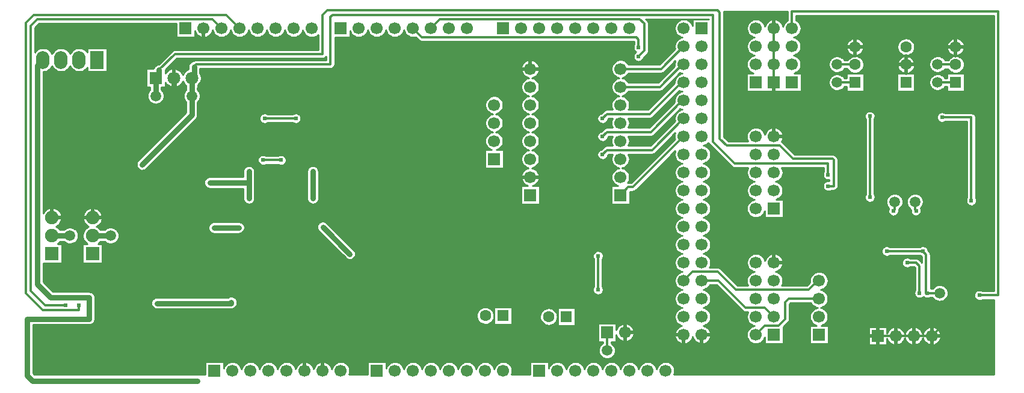
<source format=gbr>
G04 DipTrace 2.4.0.2*
%INBottom.gbr*%
%MOIN*%
%ADD14C,0.03*%
%ADD16C,0.013*%
%ADD19C,0.01*%
%ADD20C,0.02*%
%ADD34R,0.0669X0.0669*%
%ADD35C,0.0669*%
%ADD36R,0.0709X0.0709*%
%ADD37C,0.0709*%
%ADD38R,0.063X0.063*%
%ADD39C,0.063*%
%ADD40R,0.0748X0.0984*%
%ADD41O,0.0748X0.0984*%
%ADD45R,0.0748X0.0748*%
%ADD46C,0.0748*%
%ADD50C,0.0591*%
%ADD59C,0.024*%
%FSLAX44Y44*%
G04*
G70*
G90*
G75*
G01*
%LNBottom*%
%LPD*%
X1500Y18250D2*
D14*
X1187Y17937D1*
Y5812D1*
X1937Y5062D1*
X4062D1*
Y3875D1*
X625D1*
Y750D1*
X937Y437D1*
X10062D1*
X32253Y5501D2*
D16*
Y7375D1*
X7750Y17250D2*
D14*
Y16250D1*
X45005Y11250D2*
D16*
X45312D1*
Y12688D1*
X45249Y12751D1*
X43067D1*
X42318Y13500D1*
X39381D1*
X39000Y13881D1*
Y20875D1*
X38875Y21000D1*
X17250D1*
X17000Y20750D1*
Y18563D1*
X8812D1*
X7937Y17688D1*
D14*
Y17437D1*
X7750Y17250D1*
X53375Y5187D2*
D16*
X54437D1*
Y20937D1*
X43000D1*
Y20000D1*
X9750Y17250D2*
D14*
Y16250D1*
X45005Y11876D2*
D16*
Y12500D1*
X39818D1*
X38625Y13693D1*
Y20750D1*
X17562D1*
X17437Y20625D1*
Y18000D1*
X10000D1*
X9875Y17875D1*
D14*
Y17375D1*
X9750Y17250D1*
X11937Y4812D2*
Y4750D1*
X7813D1*
X7000Y12438D2*
X9750Y15188D1*
Y16250D1*
X38000Y6000D2*
D16*
X38937D1*
X40437Y4500D1*
X41500D1*
X42000Y4000D1*
X44500Y6000D2*
Y6063D1*
X43937Y5500D1*
X39875D1*
X38875Y6500D1*
X37500D1*
X37000Y6000D1*
X48687Y10375D2*
Y9937D1*
X48625Y9875D1*
X49812Y10375D2*
Y9938D1*
X49875Y9875D1*
X47500Y7937D2*
X51000D1*
X51187Y4437D2*
Y3375D1*
X50750Y2937D1*
X47750D2*
X48750D1*
X49750D1*
X50750D1*
X48937Y9375D2*
X48875Y9437D1*
X42000Y20000D2*
Y19000D1*
Y18000D1*
Y17000D1*
X8750Y17250D2*
D14*
Y16250D1*
X31628Y8938D2*
D16*
X27940D1*
X31628D2*
X34004D1*
Y7876D1*
X34254Y7626D1*
X11400Y20000D2*
X10900Y20500D1*
X1187D1*
X812Y20125D1*
Y5438D1*
X1625Y4625D1*
X2750D1*
X2000Y8500D2*
D14*
X3000D1*
X23000Y20000D2*
D16*
X23502Y20502D1*
X34566D1*
X34816Y20252D1*
Y18752D1*
X34504Y18439D1*
Y18939D2*
Y19377D1*
X34379Y19502D1*
X22498D1*
X22000Y20000D1*
X13687Y12687D2*
X14688D1*
X50062Y5312D2*
Y6813D1*
X49875Y7000D1*
X49375D1*
X10984Y8937D2*
D14*
X12362D1*
X17008Y8976D2*
X18504Y7480D1*
X13780Y15000D2*
D16*
X15512D1*
X12913Y10564D2*
D14*
Y11437D1*
Y12060D1*
Y11437D2*
X10750D1*
X16457Y12060D2*
Y10564D1*
X12400Y20000D2*
D16*
X11650Y20750D1*
X1000D1*
X562Y20312D1*
Y5313D1*
X1500Y4375D1*
X3500D1*
Y4625D1*
X5250Y8500D2*
D14*
X4250D1*
X44500Y5000D2*
D16*
X42812D1*
X42625Y4813D1*
Y3875D1*
X42250Y3500D1*
X41500D1*
X41000Y3000D1*
X32750Y3125D2*
Y2125D1*
X48250Y7638D2*
X50250D1*
X50500Y5313D2*
X50437D1*
Y7450D1*
X50250Y7638D1*
X51187Y5312D2*
X50500Y5313D1*
X45500Y17000D2*
X46500D1*
X47317Y10626D2*
Y15125D1*
X46500Y17984D2*
X46484Y18000D1*
X45500D1*
X51068Y17002D2*
X52068D1*
X52937Y10437D2*
Y15063D1*
X51312D1*
X51068Y18002D2*
X51084Y17986D1*
X52068D1*
X33500Y17750D2*
X35750D1*
X37000Y19000D1*
X33500Y10750D2*
X33937Y11187D1*
X34187D1*
X37000Y14000D1*
X32500Y13000D2*
X32750Y13250D1*
X35250D1*
X37000Y15000D1*
X32500Y14000D2*
X32750Y14250D1*
X35190D1*
X36940Y16000D1*
X37000D1*
X32500Y15000D2*
X32750Y15250D1*
X35127D1*
X36877Y17000D1*
X37000D1*
X33500Y16750D2*
X35688D1*
X36937Y18000D1*
X37000D1*
D59*
X10062Y437D3*
X32253Y5501D3*
Y7375D3*
X45005Y11250D3*
X53375Y5187D3*
X45005Y11876D3*
X11937Y4812D3*
X7813Y4750D3*
X7000Y12438D3*
X48625Y9875D3*
X49875D3*
X47500Y7937D3*
X51000D3*
X48937Y9375D3*
X31628Y8938D3*
X27940D3*
X34254Y7626D3*
X31628Y8938D3*
X2750Y4625D3*
X34504Y18439D3*
Y18939D3*
X13687Y12687D3*
X14688D3*
X50062Y5312D3*
X49375Y7000D3*
X10984Y8937D3*
X12362D3*
X17008Y8976D3*
X18504Y7480D3*
X13780Y15000D3*
X15512D3*
X12913Y10564D3*
Y12060D3*
X10750Y11437D3*
X16457Y12060D3*
Y10564D3*
X3500Y4625D3*
X48250Y7638D3*
X50250D3*
X50500Y5313D3*
D3*
X47317Y10626D3*
Y15125D3*
X52937Y10437D3*
X51312Y15063D3*
X32500Y13000D3*
Y14000D3*
Y15000D3*
X23625Y17437D3*
Y16937D3*
Y16437D3*
X24125Y17437D3*
X23625Y15937D3*
Y15437D3*
Y14937D3*
Y14437D3*
Y13937D3*
Y13437D3*
Y12937D3*
Y12437D3*
Y11937D3*
Y11437D3*
Y10937D3*
Y10437D3*
Y9937D3*
Y9437D3*
Y8937D3*
Y8437D3*
Y7937D3*
Y7437D3*
Y6937D3*
Y6437D3*
Y5937D3*
Y5437D3*
Y4937D3*
Y4437D3*
Y3937D3*
Y3437D3*
X24125Y17937D3*
Y16937D3*
Y16437D3*
X13625Y11562D3*
X24125Y15937D3*
Y15437D3*
Y14937D3*
Y14437D3*
Y13937D3*
Y13437D3*
Y12937D3*
Y12437D3*
Y11937D3*
Y11437D3*
Y10937D3*
Y10437D3*
Y9937D3*
Y9437D3*
Y8937D3*
Y8437D3*
Y7937D3*
Y7437D3*
Y6937D3*
X6062Y19937D3*
Y19437D3*
Y18937D3*
Y18437D3*
Y17937D3*
Y17437D3*
Y16937D3*
Y16437D3*
Y15937D3*
Y15437D3*
Y14937D3*
Y14437D3*
Y13937D3*
Y13437D3*
Y12937D3*
Y12437D3*
Y11937D3*
Y11437D3*
Y10937D3*
Y10437D3*
Y9937D3*
Y9437D3*
Y8937D3*
Y8437D3*
Y7937D3*
Y7437D3*
Y6937D3*
Y6437D3*
Y5937D3*
Y5437D3*
Y4937D3*
Y4437D3*
X13625Y11063D3*
X14125Y11562D3*
Y11063D3*
X14625Y11562D3*
Y11063D3*
X15125Y11562D3*
Y11063D3*
X15625Y11562D3*
X24125Y6437D3*
Y5937D3*
Y5437D3*
Y4937D3*
Y4437D3*
Y3937D3*
Y3437D3*
X24625Y17937D3*
Y17437D3*
Y16937D3*
Y16437D3*
Y15937D3*
Y15437D3*
Y14937D3*
Y14437D3*
Y13937D3*
Y13437D3*
Y12937D3*
Y12437D3*
Y11937D3*
Y11437D3*
Y10937D3*
X43062Y11938D3*
Y11438D3*
Y10938D3*
Y10438D3*
Y9938D3*
Y9438D3*
Y8938D3*
Y8438D3*
Y7938D3*
Y7438D3*
X43562Y11938D3*
X24625Y10437D3*
X43562Y11438D3*
X25062Y2000D3*
X25562D3*
X26062D3*
X26562D3*
X27062D3*
X27562D3*
X28062D3*
X28562D3*
X29062D3*
X29562D3*
X30062D3*
X30562D3*
X31062D3*
X31562D3*
X32062D3*
X24625Y9937D3*
X35191Y17252D3*
X33562Y2000D3*
X34062D3*
X34562D3*
X35062D3*
X35562D3*
X36062D3*
X36562D3*
X37062D3*
X37562D3*
X15625Y11063D3*
X11000Y4125D3*
Y3625D3*
X11500Y4125D3*
Y3625D3*
X24625Y9437D3*
X43562Y10938D3*
Y10438D3*
Y9938D3*
X6625Y18938D3*
X12000Y4125D3*
X7125Y18938D3*
X12000Y3625D3*
X7625Y18938D3*
X12500Y4125D3*
X8125Y18938D3*
X12500Y3625D3*
X8625Y18938D3*
X13000Y4125D3*
X9125Y18938D3*
X13000Y3625D3*
X9625Y18938D3*
X13500Y4125D3*
X10125Y18938D3*
X13500Y3625D3*
X10625Y18938D3*
X14000Y4125D3*
X11125Y18938D3*
X14000Y3625D3*
X11625Y18938D3*
X14500Y4125D3*
X12126Y18939D3*
X49687Y4125D3*
X12626Y18939D3*
X14500Y3625D3*
X13125Y18938D3*
X7687Y9437D3*
X13625Y18938D3*
X7687Y8937D3*
X14125Y18938D3*
X7687Y8437D3*
X14625Y18938D3*
X7687Y7937D3*
X15125Y18938D3*
X7687Y7437D3*
X15625Y18938D3*
X7687Y6937D3*
X16125Y18938D3*
X7687Y6437D3*
X16625Y18938D3*
X7687Y5937D3*
X53375Y20187D3*
Y19687D3*
Y19187D3*
Y18687D3*
X18125Y18938D3*
X21625Y9937D3*
X18625Y18938D3*
X21625Y9438D3*
X19125Y18938D3*
Y18438D3*
X19625Y18938D3*
Y18438D3*
X20125Y18938D3*
Y18438D3*
X20625Y18938D3*
Y18438D3*
X21125Y18938D3*
Y18438D3*
X21625Y18938D3*
Y18438D3*
X22125Y18938D3*
Y18438D3*
X22625Y18938D3*
Y18438D3*
X23125Y18938D3*
Y18438D3*
X21625Y8937D3*
Y8437D3*
X24125Y18938D3*
Y18438D3*
X24625Y18938D3*
Y18438D3*
X25125Y18938D3*
Y18438D3*
X25625Y18938D3*
Y18438D3*
X26125Y18938D3*
Y18438D3*
X26625Y18938D3*
Y18438D3*
X27125Y18938D3*
Y18438D3*
X27625Y18938D3*
Y18438D3*
X28125Y18938D3*
Y18438D3*
X28625Y18938D3*
Y18438D3*
X29125Y18938D3*
Y18438D3*
X29625Y18938D3*
Y18438D3*
X30125Y18938D3*
Y18438D3*
X53375Y18187D3*
Y17687D3*
X53381Y17189D3*
X53375Y16687D3*
Y16187D3*
Y15687D3*
Y15187D3*
Y14687D3*
Y14187D3*
Y13687D3*
Y13187D3*
Y12687D3*
Y12187D3*
Y11687D3*
Y11187D3*
Y10687D3*
Y10187D3*
Y9687D3*
Y9187D3*
Y8687D3*
Y8187D3*
Y7687D3*
Y7187D3*
Y6687D3*
Y6187D3*
Y5687D3*
Y4687D3*
Y4187D3*
X52255Y11189D3*
X53375Y3687D3*
Y3187D3*
Y2687D3*
Y2187D3*
Y1687D3*
Y1187D3*
X53875Y20187D3*
Y19687D3*
Y19187D3*
Y18687D3*
Y18187D3*
Y17687D3*
Y17187D3*
Y16687D3*
Y16187D3*
X53881Y15689D3*
X53875Y15187D3*
Y14687D3*
Y14187D3*
Y13687D3*
Y13187D3*
Y12687D3*
Y12187D3*
Y11687D3*
Y11187D3*
Y10687D3*
Y10187D3*
Y9687D3*
Y9187D3*
Y8687D3*
Y8187D3*
Y7687D3*
Y7187D3*
Y6687D3*
Y6187D3*
Y5687D3*
Y4687D3*
Y4187D3*
X52255Y10689D3*
X53875Y3687D3*
Y3187D3*
Y2687D3*
Y2187D3*
Y1687D3*
Y1187D3*
X36062Y10500D3*
Y10000D3*
Y9500D3*
Y9000D3*
Y8500D3*
Y8000D3*
Y7500D3*
Y7000D3*
Y6500D3*
Y6000D3*
Y5500D3*
Y5000D3*
Y4500D3*
Y4000D3*
Y3500D3*
Y3000D3*
Y2500D3*
X43562Y9438D3*
Y8938D3*
Y8438D3*
Y7938D3*
Y7438D3*
X44062Y11938D3*
Y11438D3*
Y10938D3*
Y10438D3*
Y9938D3*
Y9438D3*
Y8938D3*
Y8438D3*
Y7938D3*
Y7438D3*
X44562Y11938D3*
Y11437D3*
Y10938D3*
Y10438D3*
Y9938D3*
Y9438D3*
Y8938D3*
Y8438D3*
Y7938D3*
Y7437D3*
X24625Y8937D3*
Y8437D3*
Y7937D3*
Y7437D3*
Y6937D3*
Y6437D3*
Y5937D3*
Y5437D3*
X37062Y1000D3*
X37562D3*
X38062D3*
X38562D3*
X39062D3*
X39562D3*
X40062D3*
X40562D3*
X41062D3*
X41562D3*
X42062D3*
X42562D3*
X43062D3*
X43562D3*
X44062D3*
X44562D3*
X45062D3*
X45562D3*
X46062D3*
X46562D3*
X47062D3*
X47562D3*
X48062D3*
X48562D3*
X49062D3*
X43875Y19687D3*
X50062Y1000D3*
X50562D3*
X51062D3*
X51562D3*
X52062D3*
X52562D3*
X53062D3*
X44875Y20187D3*
X45375D3*
X45875D3*
X46375D3*
X46875D3*
X47375D3*
X47875D3*
X48375D3*
X48875D3*
X49375D3*
X49875D3*
X50375D3*
X50875D3*
X51375D3*
X51875D3*
X52375D3*
X52875D3*
X24625Y4937D3*
Y4437D3*
Y3937D3*
Y3437D3*
X21625Y7937D3*
Y7437D3*
Y6937D3*
Y6437D3*
Y5937D3*
X11125Y6562D3*
Y6062D3*
Y5562D3*
X27750Y9938D3*
X17562Y13625D3*
X28250Y9938D3*
X18062Y13625D3*
X28750Y9938D3*
X18562Y13625D3*
X29250Y9938D3*
X49687Y4625D3*
X29750Y9938D3*
X19062Y13625D3*
X30250Y9938D3*
X49562Y1000D3*
X30750Y9938D3*
X11625Y16625D3*
X31250Y9938D3*
X46250Y8062D3*
X31750Y9938D3*
X46250Y7562D3*
X32250Y9938D3*
X46250Y7062D3*
X32750Y9938D3*
X46250Y6562D3*
X33250Y9938D3*
X47687Y4125D3*
X33750Y9938D3*
X48187Y4125D3*
X31000Y18938D3*
Y18438D3*
X31500Y18938D3*
Y18438D3*
X32000Y18938D3*
Y18438D3*
X32500Y18938D3*
Y18438D3*
X33000Y18938D3*
Y18438D3*
X33500Y18938D3*
Y18438D3*
X34004Y18939D3*
X34000Y18438D3*
X11625Y16125D3*
X12125Y16625D3*
Y16125D3*
X12625Y16625D3*
Y16125D3*
X13125Y16625D3*
Y16125D3*
X8438Y2437D3*
X8938D3*
X9438D3*
X9938D3*
X10438D3*
X10938D3*
X11438D3*
X11938D3*
X12437D3*
X12938D3*
X13437D3*
X13938D3*
X14437D3*
X14937D3*
X15437D3*
X15937D3*
X16437D3*
X16937D3*
X17437D3*
X17938D3*
X18438D3*
X13625Y16625D3*
Y16125D3*
X14125Y16625D3*
Y16125D3*
X14625Y16625D3*
Y16125D3*
X15125Y16625D3*
Y16125D3*
X15625Y16625D3*
Y16125D3*
X16125Y16625D3*
Y16125D3*
X48687Y4125D3*
X16625Y16625D3*
Y16125D3*
X17125Y16625D3*
Y16125D3*
X17625Y16625D3*
Y16125D3*
X35191Y16314D3*
Y14752D3*
Y13751D3*
Y12876D3*
X28565Y5438D3*
Y6876D3*
X27753Y5438D3*
X49187Y4125D3*
X46750Y8062D3*
Y7562D3*
Y7062D3*
Y6562D3*
X47687Y4625D3*
X48187D3*
X48687D3*
X49187D3*
X51500Y8062D3*
Y7562D3*
X46250Y6062D3*
X45687Y4125D3*
X46187D3*
X46687D3*
X47187D3*
X52000Y8062D3*
Y7562D3*
X46750Y6062D3*
X45687Y4625D3*
X46187D3*
X46687D3*
X47187D3*
X43875Y20187D3*
Y19187D3*
Y18687D3*
Y18187D3*
Y17687D3*
Y17187D3*
Y16687D3*
Y16187D3*
Y15687D3*
Y15187D3*
Y14687D3*
Y14187D3*
X44375Y20187D3*
Y19687D3*
Y19187D3*
Y18687D3*
Y18187D3*
Y17687D3*
Y17187D3*
Y16687D3*
Y16187D3*
Y15687D3*
Y15187D3*
Y14687D3*
Y14187D3*
X49000Y16063D3*
Y15563D3*
Y15063D3*
Y14562D3*
Y14063D3*
Y13563D3*
X49500Y16063D3*
Y15563D3*
Y15063D3*
Y14562D3*
Y14063D3*
Y13563D3*
X52250Y12688D3*
Y12188D3*
Y11688D3*
X39248Y20851D2*
D19*
X42752D1*
X39248Y20753D2*
X42752D1*
X39248Y20654D2*
X42752D1*
X43248D2*
X54189D1*
X39248Y20555D2*
X42752D1*
X43248D2*
X54189D1*
X34959Y20457D2*
X36766D1*
X37234D2*
X37481D1*
X39248D2*
X40766D1*
X41234D2*
X41766D1*
X42234D2*
X42752D1*
X43248D2*
X54189D1*
X35040Y20358D2*
X36628D1*
X37372D2*
X37481D1*
X39248D2*
X40628D1*
X41372D2*
X41628D1*
X42372D2*
X42628D1*
X43372D2*
X54189D1*
X1295Y20259D2*
X8881D1*
X35065D2*
X36552D1*
X39248D2*
X40552D1*
X41448D2*
X41552D1*
X42448D2*
X42552D1*
X43448D2*
X54189D1*
X1195Y20160D2*
X8881D1*
X35065D2*
X36508D1*
X39248D2*
X40508D1*
X43492D2*
X54189D1*
X1097Y20062D2*
X8881D1*
X35065D2*
X36485D1*
X39248D2*
X40485D1*
X43515D2*
X54189D1*
X1061Y19963D2*
X8881D1*
X35065D2*
X36483D1*
X39248D2*
X40483D1*
X43517D2*
X54189D1*
X1061Y19864D2*
X8881D1*
X35065D2*
X36500D1*
X39248D2*
X40500D1*
X43500D2*
X54189D1*
X1061Y19766D2*
X8881D1*
X10861D2*
X10938D1*
X11861D2*
X11938D1*
X12861D2*
X12938D1*
X13861D2*
X13938D1*
X14861D2*
X14938D1*
X15861D2*
X15938D1*
X19461D2*
X19538D1*
X20461D2*
X20538D1*
X21461D2*
X21538D1*
X35065D2*
X36539D1*
X39248D2*
X40539D1*
X43461D2*
X54189D1*
X1061Y19667D2*
X8881D1*
X9919D2*
X10006D1*
X10794D2*
X11006D1*
X11794D2*
X12006D1*
X12794D2*
X13006D1*
X13794D2*
X14006D1*
X14794D2*
X15006D1*
X15794D2*
X16006D1*
X18519D2*
X18606D1*
X19394D2*
X19606D1*
X20394D2*
X20606D1*
X21394D2*
X21606D1*
X35065D2*
X36606D1*
X39248D2*
X40606D1*
X43394D2*
X54189D1*
X1061Y19568D2*
X8881D1*
X9919D2*
X10120D1*
X10680D2*
X11120D1*
X11680D2*
X12120D1*
X12680D2*
X13120D1*
X13680D2*
X14120D1*
X14680D2*
X15120D1*
X15680D2*
X16120D1*
X16680D2*
X16752D1*
X18519D2*
X18720D1*
X19280D2*
X19720D1*
X20280D2*
X20720D1*
X21280D2*
X21720D1*
X35065D2*
X36720D1*
X39248D2*
X40720D1*
X43280D2*
X54189D1*
X1061Y19470D2*
X16752D1*
X17686D2*
X22183D1*
X35065D2*
X36795D1*
X39248D2*
X40795D1*
X43205D2*
X54189D1*
X1061Y19371D2*
X16752D1*
X17686D2*
X22281D1*
X35065D2*
X36642D1*
X39248D2*
X40642D1*
X43358D2*
X46213D1*
X46787D2*
X49028D1*
X49608D2*
X51778D1*
X52358D2*
X54189D1*
X1061Y19272D2*
X16752D1*
X17686D2*
X22422D1*
X35065D2*
X36561D1*
X39248D2*
X40561D1*
X43439D2*
X46106D1*
X46894D2*
X48924D1*
X49712D2*
X51674D1*
X52462D2*
X54189D1*
X1061Y19174D2*
X16752D1*
X17686D2*
X34255D1*
X35065D2*
X36513D1*
X39248D2*
X40513D1*
X43487D2*
X46047D1*
X46955D2*
X48863D1*
X49772D2*
X51613D1*
X52522D2*
X54189D1*
X1061Y19075D2*
X16752D1*
X17686D2*
X34233D1*
X35065D2*
X36488D1*
X39248D2*
X40488D1*
X43512D2*
X46013D1*
X46987D2*
X48830D1*
X49805D2*
X51580D1*
X52556D2*
X54189D1*
X1061Y18976D2*
X16752D1*
X17686D2*
X34202D1*
X35065D2*
X36481D1*
X39248D2*
X40481D1*
X43519D2*
X46002D1*
X46998D2*
X48819D1*
X49817D2*
X51569D1*
X52567D2*
X54189D1*
X1061Y18878D2*
X1288D1*
X1712D2*
X2288D1*
X2712D2*
X3288D1*
X3712D2*
X3942D1*
X5058D2*
X16752D1*
X17686D2*
X34206D1*
X35065D2*
X36497D1*
X39248D2*
X40497D1*
X43503D2*
X46010D1*
X46990D2*
X48828D1*
X49808D2*
X51578D1*
X52558D2*
X54189D1*
X1061Y18779D2*
X1126D1*
X1873D2*
X2127D1*
X2873D2*
X3127D1*
X3873D2*
X3942D1*
X5058D2*
X8702D1*
X17686D2*
X34247D1*
X35065D2*
X36431D1*
X39248D2*
X40531D1*
X43469D2*
X46039D1*
X46961D2*
X48858D1*
X49778D2*
X51608D1*
X52528D2*
X54189D1*
X1961Y18680D2*
X2038D1*
X2961D2*
X3038D1*
X5058D2*
X8583D1*
X17686D2*
X34325D1*
X35055D2*
X36333D1*
X39248D2*
X40594D1*
X43406D2*
X46095D1*
X46905D2*
X48914D1*
X49722D2*
X51664D1*
X52472D2*
X54189D1*
X5058Y18581D2*
X8483D1*
X17686D2*
X34236D1*
X34994D2*
X36233D1*
X39248D2*
X40702D1*
X43298D2*
X46191D1*
X46809D2*
X49011D1*
X49623D2*
X51761D1*
X52375D2*
X54189D1*
X5058Y18483D2*
X8385D1*
X17686D2*
X34203D1*
X34895D2*
X36135D1*
X39248D2*
X40830D1*
X43170D2*
X46435D1*
X46565D2*
X49272D1*
X49364D2*
X52022D1*
X52114D2*
X54189D1*
X5058Y18384D2*
X8286D1*
X17686D2*
X34205D1*
X34803D2*
X36036D1*
X39248D2*
X40656D1*
X43344D2*
X45220D1*
X45780D2*
X46210D1*
X46790D2*
X49024D1*
X49611D2*
X50786D1*
X51350D2*
X51774D1*
X52362D2*
X54189D1*
X5058Y18285D2*
X8188D1*
X8883D2*
X17189D1*
X17686D2*
X34244D1*
X34764D2*
X35938D1*
X39248D2*
X40569D1*
X43431D2*
X45117D1*
X45883D2*
X46105D1*
X46895D2*
X48922D1*
X49714D2*
X50685D1*
X51451D2*
X51672D1*
X52464D2*
X54189D1*
X5058Y18187D2*
X8089D1*
X8784D2*
X9777D1*
X17686D2*
X28230D1*
X28770D2*
X33230D1*
X33770D2*
X34344D1*
X34664D2*
X35839D1*
X39248D2*
X40517D1*
X43483D2*
X45060D1*
X46955D2*
X48863D1*
X49773D2*
X50627D1*
X52523D2*
X54189D1*
X5058Y18088D2*
X7991D1*
X8686D2*
X9620D1*
X17686D2*
X28110D1*
X28890D2*
X33110D1*
X33890D2*
X35741D1*
X36436D2*
X36489D1*
X39248D2*
X40489D1*
X43511D2*
X45030D1*
X46987D2*
X48830D1*
X49806D2*
X50597D1*
X52556D2*
X54189D1*
X5058Y17989D2*
X7810D1*
X8587D2*
X9563D1*
X17686D2*
X28041D1*
X28959D2*
X33041D1*
X33959D2*
X35642D1*
X36337D2*
X36481D1*
X39248D2*
X40481D1*
X43519D2*
X45020D1*
X46998D2*
X48819D1*
X49817D2*
X50589D1*
X52567D2*
X54189D1*
X5058Y17891D2*
X7675D1*
X8489D2*
X9541D1*
X17659D2*
X28002D1*
X28998D2*
X33002D1*
X36239D2*
X36480D1*
X39248D2*
X40494D1*
X43506D2*
X45035D1*
X46990D2*
X48828D1*
X49808D2*
X50602D1*
X52558D2*
X54189D1*
X1940Y17792D2*
X2060D1*
X2940D2*
X3060D1*
X5058D2*
X7620D1*
X8390D2*
X9541D1*
X17565D2*
X27983D1*
X29017D2*
X32983D1*
X36140D2*
X36381D1*
X39248D2*
X40527D1*
X43473D2*
X45069D1*
X46959D2*
X48860D1*
X49776D2*
X50638D1*
X52526D2*
X54189D1*
X1839Y17693D2*
X2161D1*
X2839D2*
X3161D1*
X3839D2*
X3942D1*
X5058D2*
X7211D1*
X8290D2*
X8453D1*
X9047D2*
X9453D1*
X10209D2*
X27985D1*
X29015D2*
X32985D1*
X36040D2*
X36283D1*
X39248D2*
X40585D1*
X43415D2*
X45135D1*
X45865D2*
X46097D1*
X46903D2*
X48916D1*
X49719D2*
X50705D1*
X51431D2*
X51666D1*
X52470D2*
X54189D1*
X1617Y17595D2*
X2383D1*
X2617D2*
X3383D1*
X3617D2*
X3942D1*
X5058D2*
X7211D1*
X9161D2*
X9339D1*
X10209D2*
X28006D1*
X28994D2*
X33006D1*
X35942D2*
X36185D1*
X39248D2*
X40683D1*
X43317D2*
X45253D1*
X45747D2*
X46195D1*
X46805D2*
X49014D1*
X49620D2*
X50825D1*
X51311D2*
X51766D1*
X52370D2*
X54189D1*
X1522Y17496D2*
X7211D1*
X10228D2*
X28050D1*
X28950D2*
X33050D1*
X33950D2*
X36086D1*
X36781D2*
X36878D1*
X39248D2*
X40481D1*
X43519D2*
X46467D1*
X46532D2*
X54189D1*
X1522Y17397D2*
X7211D1*
X10267D2*
X28124D1*
X28876D2*
X33124D1*
X33876D2*
X35988D1*
X39248D2*
X40481D1*
X43519D2*
X45241D1*
X45759D2*
X46002D1*
X46998D2*
X48819D1*
X49817D2*
X50805D1*
X51330D2*
X51569D1*
X52567D2*
X54189D1*
X1522Y17299D2*
X7211D1*
X10286D2*
X28256D1*
X28744D2*
X33256D1*
X33744D2*
X35888D1*
X39248D2*
X40481D1*
X43519D2*
X45128D1*
X45872D2*
X46002D1*
X46998D2*
X48819D1*
X49817D2*
X50694D1*
X51440D2*
X51569D1*
X52567D2*
X54189D1*
X1522Y17200D2*
X7211D1*
X10286D2*
X28253D1*
X28747D2*
X33253D1*
X33747D2*
X35789D1*
X39248D2*
X40481D1*
X43519D2*
X45066D1*
X46998D2*
X48819D1*
X49817D2*
X50633D1*
X52567D2*
X54189D1*
X1522Y17101D2*
X7211D1*
X10267D2*
X28122D1*
X28878D2*
X33122D1*
X33878D2*
X35691D1*
X36386D2*
X36492D1*
X39248D2*
X40481D1*
X43519D2*
X45031D1*
X46998D2*
X48819D1*
X49817D2*
X50599D1*
X52567D2*
X54189D1*
X1522Y17002D2*
X7211D1*
X10226D2*
X28049D1*
X28951D2*
X33049D1*
X33951D2*
X35592D1*
X36287D2*
X36481D1*
X39248D2*
X40481D1*
X43519D2*
X45020D1*
X46998D2*
X48819D1*
X49817D2*
X50589D1*
X52567D2*
X54189D1*
X1522Y16904D2*
X7211D1*
X8289D2*
X8341D1*
X9159D2*
X9341D1*
X10159D2*
X28005D1*
X28995D2*
X33005D1*
X36189D2*
X36433D1*
X39248D2*
X40481D1*
X43519D2*
X45031D1*
X46998D2*
X48819D1*
X49817D2*
X50599D1*
X52567D2*
X54189D1*
X1522Y16805D2*
X7211D1*
X8289D2*
X8455D1*
X9045D2*
X9416D1*
X10084D2*
X27985D1*
X29015D2*
X32985D1*
X36090D2*
X36335D1*
X39248D2*
X40481D1*
X43519D2*
X45063D1*
X46998D2*
X48819D1*
X49817D2*
X50631D1*
X52567D2*
X54189D1*
X1522Y16706D2*
X7416D1*
X8084D2*
X9416D1*
X10084D2*
X27983D1*
X29017D2*
X32983D1*
X35992D2*
X36236D1*
X39248D2*
X40481D1*
X43519D2*
X45124D1*
X45876D2*
X46002D1*
X46998D2*
X48819D1*
X49817D2*
X50694D1*
X51442D2*
X51569D1*
X52567D2*
X54189D1*
X1522Y16608D2*
X7416D1*
X8084D2*
X9416D1*
X10084D2*
X28002D1*
X28998D2*
X33002D1*
X35894D2*
X36138D1*
X39248D2*
X40481D1*
X43519D2*
X45233D1*
X45767D2*
X46002D1*
X46998D2*
X48819D1*
X49817D2*
X50803D1*
X51333D2*
X51569D1*
X52567D2*
X54189D1*
X1522Y16509D2*
X7349D1*
X8151D2*
X9349D1*
X10151D2*
X28042D1*
X28958D2*
X33042D1*
X33958D2*
X36038D1*
X36734D2*
X36858D1*
X39248D2*
X40481D1*
X43519D2*
X54189D1*
X1522Y16410D2*
X7299D1*
X8201D2*
X9299D1*
X10201D2*
X28111D1*
X28889D2*
X33111D1*
X33889D2*
X35939D1*
X36636D2*
X36689D1*
X39248D2*
X54189D1*
X1522Y16312D2*
X7275D1*
X8225D2*
X9275D1*
X10225D2*
X28233D1*
X28767D2*
X33233D1*
X33767D2*
X35841D1*
X36536D2*
X36589D1*
X39248D2*
X54189D1*
X1522Y16213D2*
X7272D1*
X8228D2*
X9272D1*
X10228D2*
X26280D1*
X26720D2*
X28280D1*
X28720D2*
X33280D1*
X33720D2*
X35742D1*
X36437D2*
X36528D1*
X39248D2*
X54189D1*
X1522Y16114D2*
X7291D1*
X8209D2*
X9291D1*
X10209D2*
X26135D1*
X26865D2*
X28135D1*
X28865D2*
X33135D1*
X33865D2*
X35644D1*
X36339D2*
X36494D1*
X39248D2*
X54189D1*
X1522Y16016D2*
X7333D1*
X8167D2*
X9333D1*
X10167D2*
X26056D1*
X26944D2*
X28056D1*
X28944D2*
X33056D1*
X33944D2*
X35545D1*
X36240D2*
X36481D1*
X39248D2*
X54189D1*
X1522Y15917D2*
X7410D1*
X8090D2*
X9410D1*
X10090D2*
X26010D1*
X26990D2*
X28010D1*
X28990D2*
X33010D1*
X33990D2*
X35447D1*
X36142D2*
X36488D1*
X39248D2*
X54189D1*
X1522Y15818D2*
X7556D1*
X7944D2*
X9416D1*
X10084D2*
X25986D1*
X27014D2*
X27986D1*
X29014D2*
X32986D1*
X34014D2*
X35347D1*
X36044D2*
X36410D1*
X39248D2*
X54189D1*
X1522Y15720D2*
X9416D1*
X10084D2*
X25983D1*
X27017D2*
X27983D1*
X29017D2*
X32983D1*
X34017D2*
X35249D1*
X35945D2*
X36311D1*
X39248D2*
X54189D1*
X1522Y15621D2*
X9416D1*
X10084D2*
X25999D1*
X27001D2*
X27999D1*
X29001D2*
X32999D1*
X34001D2*
X35150D1*
X35845D2*
X36213D1*
X39248D2*
X54189D1*
X1522Y15522D2*
X9416D1*
X10084D2*
X26036D1*
X26964D2*
X28036D1*
X28964D2*
X33036D1*
X33964D2*
X35052D1*
X35747D2*
X36114D1*
X39248D2*
X54189D1*
X1522Y15423D2*
X9416D1*
X10084D2*
X26100D1*
X26900D2*
X28100D1*
X28900D2*
X32575D1*
X35648D2*
X36016D1*
X39248D2*
X54189D1*
X1522Y15325D2*
X9416D1*
X10084D2*
X26211D1*
X26789D2*
X28211D1*
X28789D2*
X32477D1*
X35550D2*
X35917D1*
X39248D2*
X47092D1*
X47544D2*
X51170D1*
X51455D2*
X54189D1*
X1522Y15226D2*
X9320D1*
X10084D2*
X13581D1*
X15709D2*
X26311D1*
X26689D2*
X28311D1*
X28689D2*
X32302D1*
X35451D2*
X35817D1*
X39248D2*
X47031D1*
X47603D2*
X51058D1*
X53122D2*
X54189D1*
X1522Y15127D2*
X9222D1*
X10078D2*
X13505D1*
X15787D2*
X26149D1*
X26851D2*
X28149D1*
X28851D2*
X32225D1*
X35353D2*
X35719D1*
X36415D2*
X36497D1*
X39248D2*
X47014D1*
X47622D2*
X51016D1*
X53178D2*
X54189D1*
X1522Y15029D2*
X9124D1*
X10042D2*
X13477D1*
X15814D2*
X26064D1*
X26936D2*
X28064D1*
X28936D2*
X32197D1*
X35226D2*
X35620D1*
X36315D2*
X36483D1*
X39248D2*
X47030D1*
X47605D2*
X51011D1*
X53186D2*
X54189D1*
X1522Y14930D2*
X9025D1*
X9961D2*
X13485D1*
X15808D2*
X26014D1*
X26986D2*
X28014D1*
X28986D2*
X32205D1*
X32795D2*
X33014D1*
X33986D2*
X35522D1*
X36217D2*
X36486D1*
X39248D2*
X47069D1*
X47567D2*
X51041D1*
X53186D2*
X54189D1*
X1522Y14831D2*
X8925D1*
X9862D2*
X13528D1*
X15762D2*
X25988D1*
X27012D2*
X27988D1*
X29012D2*
X32249D1*
X32751D2*
X32988D1*
X34012D2*
X35424D1*
X36119D2*
X36483D1*
X39248D2*
X47069D1*
X47567D2*
X51120D1*
X53186D2*
X54189D1*
X1522Y14733D2*
X8827D1*
X9764D2*
X13647D1*
X13912D2*
X15380D1*
X15644D2*
X25981D1*
X27019D2*
X27981D1*
X29019D2*
X32367D1*
X32633D2*
X32981D1*
X34019D2*
X35325D1*
X36020D2*
X36385D1*
X39248D2*
X47069D1*
X47567D2*
X52689D1*
X53186D2*
X54189D1*
X1522Y14634D2*
X8728D1*
X9664D2*
X25995D1*
X27005D2*
X27995D1*
X29005D2*
X32995D1*
X34005D2*
X35225D1*
X35922D2*
X36286D1*
X39248D2*
X47069D1*
X47567D2*
X52689D1*
X53186D2*
X54189D1*
X1522Y14535D2*
X8630D1*
X9565D2*
X26030D1*
X26970D2*
X28030D1*
X28970D2*
X33030D1*
X33970D2*
X35127D1*
X35823D2*
X36188D1*
X39248D2*
X47069D1*
X47567D2*
X52689D1*
X53186D2*
X54189D1*
X1522Y14437D2*
X8531D1*
X9467D2*
X26089D1*
X26911D2*
X28089D1*
X28911D2*
X32591D1*
X35725D2*
X36089D1*
X39248D2*
X40730D1*
X41270D2*
X41730D1*
X42270D2*
X47069D1*
X47567D2*
X52689D1*
X53186D2*
X54189D1*
X1522Y14338D2*
X8433D1*
X9369D2*
X26192D1*
X26808D2*
X28192D1*
X28808D2*
X32491D1*
X35625D2*
X35991D1*
X39248D2*
X40610D1*
X41390D2*
X41610D1*
X42390D2*
X47069D1*
X47567D2*
X52689D1*
X53186D2*
X54189D1*
X1522Y14239D2*
X8333D1*
X9270D2*
X26350D1*
X26650D2*
X28350D1*
X28650D2*
X32319D1*
X35526D2*
X35891D1*
X39248D2*
X40541D1*
X41459D2*
X41541D1*
X42459D2*
X47069D1*
X47567D2*
X52689D1*
X53186D2*
X54189D1*
X1522Y14141D2*
X8235D1*
X9172D2*
X26164D1*
X26836D2*
X28164D1*
X28836D2*
X32231D1*
X35428D2*
X35792D1*
X39248D2*
X40502D1*
X42498D2*
X47069D1*
X47567D2*
X52689D1*
X53186D2*
X54189D1*
X1522Y14042D2*
X8136D1*
X9072D2*
X26074D1*
X26926D2*
X28074D1*
X28926D2*
X32199D1*
X35317D2*
X35694D1*
X36389D2*
X36483D1*
X39248D2*
X40483D1*
X42517D2*
X47069D1*
X47567D2*
X52689D1*
X53186D2*
X54189D1*
X1522Y13943D2*
X8038D1*
X8973D2*
X26019D1*
X26981D2*
X28019D1*
X28981D2*
X32202D1*
X32798D2*
X33019D1*
X33981D2*
X35595D1*
X36290D2*
X36485D1*
X39286D2*
X40485D1*
X42515D2*
X47069D1*
X47567D2*
X52689D1*
X53186D2*
X54189D1*
X1522Y13844D2*
X7939D1*
X8875D2*
X25991D1*
X27009D2*
X27991D1*
X29009D2*
X32241D1*
X32759D2*
X32991D1*
X34009D2*
X35497D1*
X36192D2*
X36497D1*
X39384D2*
X40506D1*
X42494D2*
X47069D1*
X47567D2*
X52689D1*
X53186D2*
X54189D1*
X1522Y13746D2*
X7841D1*
X8776D2*
X25981D1*
X27019D2*
X27981D1*
X29019D2*
X32342D1*
X32658D2*
X32981D1*
X34019D2*
X35399D1*
X36094D2*
X36399D1*
X39483D2*
X40550D1*
X42450D2*
X47069D1*
X47567D2*
X52689D1*
X53186D2*
X54189D1*
X1522Y13647D2*
X7742D1*
X8678D2*
X25992D1*
X27008D2*
X27992D1*
X29008D2*
X32992D1*
X34008D2*
X35299D1*
X35995D2*
X36299D1*
X42519D2*
X47069D1*
X47567D2*
X52689D1*
X53186D2*
X54189D1*
X1522Y13548D2*
X7642D1*
X8580D2*
X26024D1*
X26976D2*
X28024D1*
X28976D2*
X33024D1*
X33976D2*
X35200D1*
X35897D2*
X36200D1*
X38244D2*
X38425D1*
X42617D2*
X47069D1*
X47567D2*
X52689D1*
X53186D2*
X54189D1*
X1522Y13450D2*
X7544D1*
X8480D2*
X26080D1*
X26920D2*
X28080D1*
X28920D2*
X32610D1*
X35797D2*
X36102D1*
X38247D2*
X38520D1*
X42717D2*
X47069D1*
X47567D2*
X52689D1*
X53186D2*
X54189D1*
X1522Y13351D2*
X7445D1*
X8381D2*
X26175D1*
X26825D2*
X28175D1*
X28825D2*
X32503D1*
X35698D2*
X36003D1*
X38378D2*
X38619D1*
X42815D2*
X47069D1*
X47567D2*
X52689D1*
X53186D2*
X54189D1*
X1522Y13252D2*
X7347D1*
X8283D2*
X25981D1*
X27019D2*
X28386D1*
X28614D2*
X32339D1*
X35600D2*
X35905D1*
X38451D2*
X38717D1*
X42914D2*
X47069D1*
X47567D2*
X52689D1*
X53186D2*
X54189D1*
X1522Y13154D2*
X7249D1*
X8184D2*
X25981D1*
X27019D2*
X28180D1*
X28820D2*
X32239D1*
X35501D2*
X35806D1*
X38495D2*
X38816D1*
X43012D2*
X47069D1*
X47567D2*
X52689D1*
X53186D2*
X54189D1*
X1522Y13055D2*
X7150D1*
X8086D2*
X25981D1*
X27019D2*
X28083D1*
X28917D2*
X32202D1*
X35398D2*
X35708D1*
X36403D2*
X36485D1*
X38515D2*
X38916D1*
X43111D2*
X47069D1*
X47567D2*
X52689D1*
X53186D2*
X54189D1*
X1522Y12956D2*
X7050D1*
X7987D2*
X13558D1*
X13817D2*
X14558D1*
X14817D2*
X25981D1*
X27019D2*
X28025D1*
X28975D2*
X32199D1*
X32805D2*
X33025D1*
X33975D2*
X35608D1*
X36305D2*
X36483D1*
X38517D2*
X39014D1*
X45381D2*
X47069D1*
X47567D2*
X52689D1*
X53186D2*
X54189D1*
X1522Y12858D2*
X6952D1*
X7887D2*
X13438D1*
X14937D2*
X25981D1*
X27019D2*
X27992D1*
X29008D2*
X32233D1*
X32767D2*
X32992D1*
X34008D2*
X35510D1*
X36206D2*
X36502D1*
X38498D2*
X39113D1*
X45490D2*
X47069D1*
X47567D2*
X52689D1*
X53186D2*
X54189D1*
X1522Y12759D2*
X6853D1*
X7789D2*
X13392D1*
X14983D2*
X25981D1*
X27019D2*
X27981D1*
X29019D2*
X32322D1*
X32678D2*
X32981D1*
X34019D2*
X35411D1*
X36106D2*
X36542D1*
X38458D2*
X39211D1*
X45550D2*
X47069D1*
X47567D2*
X52689D1*
X53186D2*
X54189D1*
X1522Y12660D2*
X6755D1*
X7690D2*
X13385D1*
X14990D2*
X25981D1*
X27019D2*
X27989D1*
X29011D2*
X32989D1*
X34011D2*
X35313D1*
X36008D2*
X36611D1*
X38389D2*
X39310D1*
X45561D2*
X47069D1*
X47567D2*
X52689D1*
X53186D2*
X54189D1*
X1522Y12562D2*
X6691D1*
X7592D2*
X13413D1*
X14962D2*
X25981D1*
X27019D2*
X28017D1*
X28983D2*
X33017D1*
X33983D2*
X35214D1*
X35909D2*
X36733D1*
X38267D2*
X39408D1*
X45561D2*
X47069D1*
X47567D2*
X52689D1*
X53186D2*
X54189D1*
X1522Y12463D2*
X6667D1*
X7494D2*
X13488D1*
X14887D2*
X25981D1*
X27019D2*
X28070D1*
X28930D2*
X33070D1*
X33930D2*
X35116D1*
X35811D2*
X36780D1*
X38220D2*
X39508D1*
X45561D2*
X47069D1*
X47567D2*
X52689D1*
X53186D2*
X54189D1*
X1522Y12364D2*
X6675D1*
X7395D2*
X12792D1*
X13034D2*
X16336D1*
X16576D2*
X25981D1*
X27019D2*
X28160D1*
X28840D2*
X33160D1*
X33840D2*
X35016D1*
X35712D2*
X36635D1*
X38365D2*
X39606D1*
X45561D2*
X47069D1*
X47567D2*
X52689D1*
X53186D2*
X54189D1*
X1522Y12265D2*
X6716D1*
X7297D2*
X12653D1*
X13173D2*
X16197D1*
X16717D2*
X25981D1*
X27019D2*
X28336D1*
X28664D2*
X33336D1*
X33664D2*
X34917D1*
X35614D2*
X36556D1*
X38444D2*
X39763D1*
X45561D2*
X47069D1*
X47567D2*
X52689D1*
X53186D2*
X54189D1*
X1522Y12167D2*
X6813D1*
X7187D2*
X12597D1*
X13230D2*
X16141D1*
X16772D2*
X28199D1*
X28801D2*
X33199D1*
X33801D2*
X34819D1*
X35514D2*
X36510D1*
X38490D2*
X40510D1*
X42490D2*
X44756D1*
X45561D2*
X47069D1*
X47567D2*
X52689D1*
X53186D2*
X54189D1*
X1522Y12068D2*
X12580D1*
X13247D2*
X16124D1*
X16790D2*
X28094D1*
X28906D2*
X33094D1*
X33906D2*
X34720D1*
X35415D2*
X36486D1*
X38514D2*
X40486D1*
X42514D2*
X44756D1*
X45561D2*
X47069D1*
X47567D2*
X52689D1*
X53186D2*
X54189D1*
X1522Y11969D2*
X12580D1*
X13247D2*
X16124D1*
X16790D2*
X28031D1*
X28969D2*
X33031D1*
X33969D2*
X34622D1*
X35317D2*
X36483D1*
X38517D2*
X40483D1*
X42517D2*
X44716D1*
X45561D2*
X47069D1*
X47567D2*
X52689D1*
X53186D2*
X54189D1*
X1522Y11871D2*
X12580D1*
X13247D2*
X16124D1*
X16790D2*
X27995D1*
X29005D2*
X32995D1*
X34005D2*
X34524D1*
X35219D2*
X36499D1*
X38501D2*
X40499D1*
X42501D2*
X44700D1*
X45561D2*
X47069D1*
X47567D2*
X52689D1*
X53186D2*
X54189D1*
X1522Y11772D2*
X12580D1*
X13247D2*
X16124D1*
X16790D2*
X27981D1*
X29019D2*
X32981D1*
X34019D2*
X34424D1*
X35120D2*
X36536D1*
X38464D2*
X40536D1*
X42464D2*
X44720D1*
X45561D2*
X47069D1*
X47567D2*
X52689D1*
X53186D2*
X54189D1*
X1522Y11673D2*
X10517D1*
X13247D2*
X16124D1*
X16790D2*
X27988D1*
X29012D2*
X32988D1*
X34012D2*
X34325D1*
X35022D2*
X36600D1*
X38400D2*
X40600D1*
X42400D2*
X44781D1*
X45561D2*
X47069D1*
X47567D2*
X52689D1*
X53186D2*
X54189D1*
X1522Y11575D2*
X10447D1*
X13247D2*
X16124D1*
X16790D2*
X28013D1*
X28987D2*
X33013D1*
X33987D2*
X34227D1*
X34922D2*
X36711D1*
X38289D2*
X40711D1*
X42289D2*
X45064D1*
X45561D2*
X47069D1*
X47567D2*
X52689D1*
X53186D2*
X54189D1*
X1522Y11476D2*
X10419D1*
X13247D2*
X16124D1*
X16790D2*
X28061D1*
X28939D2*
X33061D1*
X33939D2*
X34128D1*
X34823D2*
X36811D1*
X38189D2*
X40811D1*
X42189D2*
X44806D1*
X45561D2*
X47069D1*
X47567D2*
X52689D1*
X53186D2*
X54189D1*
X1522Y11377D2*
X10422D1*
X13247D2*
X16124D1*
X16790D2*
X28144D1*
X28856D2*
X33144D1*
X34725D2*
X36649D1*
X38351D2*
X40649D1*
X42351D2*
X44730D1*
X45561D2*
X47069D1*
X47567D2*
X52689D1*
X53186D2*
X54189D1*
X1522Y11279D2*
X10458D1*
X13247D2*
X16124D1*
X16790D2*
X28300D1*
X28700D2*
X33300D1*
X34626D2*
X36564D1*
X38436D2*
X40564D1*
X42436D2*
X44702D1*
X45561D2*
X47069D1*
X47567D2*
X52689D1*
X53186D2*
X54189D1*
X1522Y11180D2*
X10544D1*
X13247D2*
X16124D1*
X16790D2*
X27981D1*
X29019D2*
X32981D1*
X34528D2*
X36514D1*
X38486D2*
X40514D1*
X42486D2*
X44710D1*
X45551D2*
X47069D1*
X47567D2*
X52689D1*
X53186D2*
X54189D1*
X1522Y11081D2*
X12580D1*
X13247D2*
X16124D1*
X16790D2*
X27981D1*
X29019D2*
X32981D1*
X34430D2*
X36488D1*
X38512D2*
X40488D1*
X42512D2*
X44753D1*
X45492D2*
X47069D1*
X47567D2*
X52689D1*
X53186D2*
X54189D1*
X1522Y10983D2*
X12580D1*
X13247D2*
X16124D1*
X16790D2*
X27981D1*
X29019D2*
X32981D1*
X34320D2*
X36481D1*
X38519D2*
X40481D1*
X42519D2*
X44872D1*
X45137D2*
X47069D1*
X47567D2*
X52689D1*
X53186D2*
X54189D1*
X1522Y10884D2*
X12580D1*
X13247D2*
X16124D1*
X16790D2*
X27981D1*
X29019D2*
X32981D1*
X34019D2*
X36495D1*
X38505D2*
X40495D1*
X42505D2*
X47069D1*
X47567D2*
X52689D1*
X53186D2*
X54189D1*
X1522Y10785D2*
X12580D1*
X13247D2*
X16124D1*
X16790D2*
X27981D1*
X29019D2*
X32981D1*
X34019D2*
X36530D1*
X38470D2*
X40530D1*
X42470D2*
X47060D1*
X47575D2*
X48450D1*
X48925D2*
X49575D1*
X50050D2*
X52689D1*
X53186D2*
X54189D1*
X1522Y10686D2*
X12580D1*
X13247D2*
X16124D1*
X16790D2*
X27981D1*
X29019D2*
X32981D1*
X34019D2*
X36589D1*
X38411D2*
X40589D1*
X42411D2*
X47020D1*
X47615D2*
X48327D1*
X49048D2*
X49452D1*
X50173D2*
X52689D1*
X53186D2*
X54189D1*
X1522Y10588D2*
X12580D1*
X13247D2*
X16124D1*
X16790D2*
X27981D1*
X29019D2*
X32981D1*
X34019D2*
X36692D1*
X38308D2*
X40692D1*
X42308D2*
X47016D1*
X47619D2*
X48260D1*
X49115D2*
X49385D1*
X50240D2*
X52675D1*
X53200D2*
X54189D1*
X1522Y10489D2*
X12588D1*
X13239D2*
X16131D1*
X16783D2*
X27981D1*
X29019D2*
X32981D1*
X34019D2*
X36850D1*
X38150D2*
X40850D1*
X42519D2*
X47047D1*
X47587D2*
X48222D1*
X49153D2*
X49347D1*
X50278D2*
X52638D1*
X53237D2*
X54189D1*
X1522Y10390D2*
X12630D1*
X13197D2*
X16174D1*
X16740D2*
X27981D1*
X29019D2*
X32981D1*
X34019D2*
X36664D1*
X38336D2*
X40664D1*
X42519D2*
X47131D1*
X47503D2*
X48208D1*
X49167D2*
X49333D1*
X50292D2*
X52638D1*
X53237D2*
X54189D1*
X1522Y10292D2*
X12727D1*
X13100D2*
X16270D1*
X16642D2*
X27981D1*
X29019D2*
X32981D1*
X34019D2*
X36574D1*
X38426D2*
X40574D1*
X42519D2*
X48216D1*
X49159D2*
X49341D1*
X50284D2*
X52672D1*
X53203D2*
X54189D1*
X1522Y10193D2*
X36519D1*
X38481D2*
X40519D1*
X42519D2*
X48245D1*
X49130D2*
X49370D1*
X50255D2*
X52764D1*
X53111D2*
X54189D1*
X1522Y10094D2*
X36491D1*
X38509D2*
X40491D1*
X42519D2*
X48302D1*
X49073D2*
X49427D1*
X50198D2*
X54189D1*
X1522Y9996D2*
X1756D1*
X2244D2*
X4006D1*
X4494D2*
X36481D1*
X38519D2*
X40481D1*
X42519D2*
X48347D1*
X48973D2*
X49527D1*
X50153D2*
X54189D1*
X1522Y9897D2*
X1613D1*
X2387D2*
X3863D1*
X4637D2*
X36492D1*
X38508D2*
X40492D1*
X42519D2*
X48322D1*
X48933D2*
X49567D1*
X50178D2*
X54189D1*
X2470Y9798D2*
X3780D1*
X4720D2*
X36524D1*
X38476D2*
X40524D1*
X42519D2*
X48331D1*
X48919D2*
X49581D1*
X50169D2*
X54189D1*
X2520Y9700D2*
X3730D1*
X4770D2*
X36580D1*
X38420D2*
X40580D1*
X41420D2*
X41480D1*
X42519D2*
X48380D1*
X48870D2*
X49630D1*
X50120D2*
X54189D1*
X2548Y9601D2*
X3702D1*
X4798D2*
X36675D1*
X38325D2*
X40675D1*
X41325D2*
X41481D1*
X42519D2*
X48510D1*
X48740D2*
X49760D1*
X49990D2*
X54189D1*
X2558Y9502D2*
X3692D1*
X4808D2*
X36886D1*
X38114D2*
X40886D1*
X41114D2*
X41481D1*
X42519D2*
X54189D1*
X2550Y9404D2*
X3700D1*
X4800D2*
X36680D1*
X38320D2*
X54189D1*
X2522Y9305D2*
X3728D1*
X4772D2*
X36583D1*
X38417D2*
X54189D1*
X2472Y9206D2*
X3778D1*
X4722D2*
X10794D1*
X12553D2*
X16769D1*
X17247D2*
X36525D1*
X38475D2*
X54189D1*
X2392Y9107D2*
X3858D1*
X4642D2*
X10699D1*
X12648D2*
X16702D1*
X17345D2*
X36492D1*
X38508D2*
X54189D1*
X2253Y9009D2*
X3997D1*
X4503D2*
X10658D1*
X12687D2*
X16675D1*
X17444D2*
X36481D1*
X38519D2*
X54189D1*
X2373Y8910D2*
X2763D1*
X3237D2*
X3877D1*
X4623D2*
X5013D1*
X5487D2*
X10652D1*
X12695D2*
X16681D1*
X17542D2*
X36489D1*
X38511D2*
X54189D1*
X3361Y8811D2*
X3789D1*
X5611D2*
X10675D1*
X12670D2*
X16719D1*
X17640D2*
X36517D1*
X38483D2*
X54189D1*
X3428Y8713D2*
X3735D1*
X5678D2*
X10741D1*
X12606D2*
X16803D1*
X17739D2*
X36570D1*
X38430D2*
X54189D1*
X3465Y8614D2*
X3705D1*
X5715D2*
X10950D1*
X12397D2*
X16902D1*
X17839D2*
X36660D1*
X38340D2*
X54189D1*
X3480Y8515D2*
X3692D1*
X5730D2*
X17000D1*
X17937D2*
X36836D1*
X38164D2*
X54189D1*
X3472Y8417D2*
X3699D1*
X5722D2*
X17100D1*
X18036D2*
X36699D1*
X38301D2*
X54189D1*
X3442Y8318D2*
X3724D1*
X5692D2*
X17199D1*
X18134D2*
X36594D1*
X38406D2*
X54189D1*
X3386Y8219D2*
X3769D1*
X5636D2*
X17297D1*
X18233D2*
X36531D1*
X38469D2*
X54189D1*
X2405Y8121D2*
X2714D1*
X3286D2*
X3845D1*
X4655D2*
X4964D1*
X5536D2*
X17395D1*
X18331D2*
X36495D1*
X38505D2*
X54189D1*
X2558Y8022D2*
X3692D1*
X4808D2*
X17494D1*
X18431D2*
X36481D1*
X38519D2*
X54189D1*
X2558Y7923D2*
X3692D1*
X4808D2*
X17592D1*
X18530D2*
X36488D1*
X38512D2*
X48170D1*
X48330D2*
X50170D1*
X50330D2*
X54189D1*
X2558Y7825D2*
X3692D1*
X4808D2*
X17692D1*
X18628D2*
X36513D1*
X38487D2*
X48013D1*
X50487D2*
X54189D1*
X2558Y7726D2*
X3692D1*
X4808D2*
X17791D1*
X18726D2*
X36561D1*
X38439D2*
X47960D1*
X50540D2*
X54189D1*
X2558Y7627D2*
X3692D1*
X4808D2*
X17889D1*
X18803D2*
X32092D1*
X32415D2*
X36644D1*
X38356D2*
X47945D1*
X50609D2*
X54189D1*
X2558Y7528D2*
X3692D1*
X4808D2*
X17988D1*
X18834D2*
X31992D1*
X32514D2*
X36800D1*
X38200D2*
X47967D1*
X50673D2*
X54189D1*
X2558Y7430D2*
X3692D1*
X4808D2*
X18086D1*
X18834D2*
X31955D1*
X32553D2*
X36719D1*
X38281D2*
X40719D1*
X41281D2*
X41719D1*
X42281D2*
X48033D1*
X50686D2*
X54189D1*
X2558Y7331D2*
X3692D1*
X4808D2*
X18185D1*
X18801D2*
X31953D1*
X32555D2*
X36603D1*
X38397D2*
X40603D1*
X41397D2*
X41603D1*
X42397D2*
X50189D1*
X50686D2*
X54189D1*
X2558Y7232D2*
X3692D1*
X4808D2*
X18286D1*
X18722D2*
X31986D1*
X32520D2*
X36538D1*
X38462D2*
X40538D1*
X41462D2*
X41538D1*
X42462D2*
X49185D1*
X49940D2*
X50189D1*
X50686D2*
X54189D1*
X2558Y7134D2*
X3692D1*
X4808D2*
X32005D1*
X32503D2*
X36500D1*
X38500D2*
X40500D1*
X42500D2*
X49103D1*
X50089D2*
X50189D1*
X50686D2*
X54189D1*
X2558Y7035D2*
X3692D1*
X4808D2*
X32005D1*
X32503D2*
X36483D1*
X38517D2*
X40483D1*
X42517D2*
X49074D1*
X50686D2*
X54189D1*
X1522Y6936D2*
X32005D1*
X32503D2*
X36486D1*
X38514D2*
X40486D1*
X42514D2*
X49078D1*
X50686D2*
X54189D1*
X1522Y6838D2*
X32005D1*
X32503D2*
X36508D1*
X38492D2*
X40508D1*
X42492D2*
X49120D1*
X50686D2*
X54189D1*
X1522Y6739D2*
X32005D1*
X32503D2*
X36553D1*
X38447D2*
X40553D1*
X42447D2*
X49230D1*
X49520D2*
X49788D1*
X50686D2*
X54189D1*
X1522Y6640D2*
X32005D1*
X32503D2*
X36630D1*
X39083D2*
X40630D1*
X42370D2*
X49814D1*
X50686D2*
X54189D1*
X1522Y6542D2*
X32005D1*
X32503D2*
X36770D1*
X39181D2*
X40770D1*
X42230D2*
X49814D1*
X50686D2*
X54189D1*
X1522Y6443D2*
X32005D1*
X32503D2*
X36741D1*
X39280D2*
X40741D1*
X42259D2*
X44241D1*
X44759D2*
X49814D1*
X50686D2*
X54189D1*
X1522Y6344D2*
X32005D1*
X32503D2*
X36616D1*
X39378D2*
X40616D1*
X42384D2*
X44116D1*
X44884D2*
X49814D1*
X50686D2*
X54189D1*
X1522Y6246D2*
X32005D1*
X32503D2*
X36545D1*
X39478D2*
X40545D1*
X42455D2*
X44045D1*
X44955D2*
X49814D1*
X50686D2*
X54189D1*
X1522Y6147D2*
X32005D1*
X32503D2*
X36503D1*
X39576D2*
X40503D1*
X42497D2*
X44003D1*
X44997D2*
X49814D1*
X50686D2*
X54189D1*
X1522Y6048D2*
X32005D1*
X32503D2*
X36485D1*
X39675D2*
X40485D1*
X42515D2*
X43985D1*
X45015D2*
X49814D1*
X50686D2*
X54189D1*
X1522Y5949D2*
X32005D1*
X32503D2*
X36485D1*
X39773D2*
X40485D1*
X42515D2*
X43985D1*
X45015D2*
X49814D1*
X50686D2*
X54189D1*
X1617Y5851D2*
X32005D1*
X32503D2*
X36503D1*
X39872D2*
X40503D1*
X42497D2*
X43941D1*
X44997D2*
X49814D1*
X50686D2*
X54189D1*
X1715Y5752D2*
X32005D1*
X32503D2*
X36545D1*
X38455D2*
X38838D1*
X39970D2*
X40545D1*
X42455D2*
X43842D1*
X44955D2*
X49814D1*
X50686D2*
X51014D1*
X51361D2*
X54189D1*
X1814Y5653D2*
X31992D1*
X32514D2*
X36617D1*
X38383D2*
X38936D1*
X44883D2*
X49814D1*
X50686D2*
X50855D1*
X51520D2*
X54189D1*
X1914Y5555D2*
X31955D1*
X32553D2*
X36744D1*
X38256D2*
X39035D1*
X44756D2*
X49814D1*
X50686D2*
X50775D1*
X51600D2*
X54189D1*
X2012Y5456D2*
X31953D1*
X32555D2*
X36766D1*
X38234D2*
X39133D1*
X44734D2*
X49795D1*
X51644D2*
X53245D1*
X53505D2*
X54189D1*
X4206Y5357D2*
X31986D1*
X32520D2*
X36628D1*
X38372D2*
X39233D1*
X44872D2*
X49763D1*
X51664D2*
X53125D1*
X4330Y5259D2*
X32077D1*
X32431D2*
X36552D1*
X38448D2*
X39331D1*
X44948D2*
X49764D1*
X51664D2*
X53080D1*
X4381Y5160D2*
X36508D1*
X38492D2*
X39430D1*
X44992D2*
X49802D1*
X51640D2*
X53072D1*
X4397Y5061D2*
X7713D1*
X12155D2*
X36485D1*
X38515D2*
X39528D1*
X45015D2*
X49900D1*
X50225D2*
X50338D1*
X50662D2*
X50781D1*
X51594D2*
X53100D1*
X4397Y4963D2*
X7558D1*
X12234D2*
X36483D1*
X38517D2*
X39627D1*
X45017D2*
X50864D1*
X51511D2*
X53175D1*
X4397Y4864D2*
X7499D1*
X12267D2*
X36500D1*
X38500D2*
X39725D1*
X45000D2*
X51041D1*
X51334D2*
X54191D1*
X4397Y4765D2*
X7478D1*
X12272D2*
X36539D1*
X38461D2*
X39825D1*
X44961D2*
X54191D1*
X4397Y4667D2*
X7489D1*
X12261D2*
X36606D1*
X38394D2*
X39924D1*
X42873D2*
X44106D1*
X44894D2*
X54191D1*
X4397Y4568D2*
X7535D1*
X12215D2*
X36722D1*
X38278D2*
X40022D1*
X42873D2*
X44222D1*
X44778D2*
X54191D1*
X4397Y4469D2*
X7641D1*
X12109D2*
X25741D1*
X26281D2*
X26495D1*
X27494D2*
X29370D1*
X29667D2*
X30005D1*
X31001D2*
X36794D1*
X38206D2*
X40120D1*
X42873D2*
X44294D1*
X44706D2*
X54191D1*
X4397Y4370D2*
X25627D1*
X26394D2*
X26495D1*
X27494D2*
X29189D1*
X29848D2*
X30005D1*
X31001D2*
X36642D1*
X38358D2*
X40219D1*
X42873D2*
X44142D1*
X44858D2*
X54191D1*
X4397Y4272D2*
X25563D1*
X27494D2*
X29102D1*
X29936D2*
X30005D1*
X31001D2*
X36560D1*
X38440D2*
X40356D1*
X42873D2*
X44060D1*
X44940D2*
X54191D1*
X4397Y4173D2*
X25527D1*
X27494D2*
X29052D1*
X31001D2*
X36511D1*
X38489D2*
X40511D1*
X42873D2*
X44011D1*
X44989D2*
X54191D1*
X4397Y4074D2*
X25513D1*
X27494D2*
X29025D1*
X31001D2*
X36488D1*
X38512D2*
X40488D1*
X42873D2*
X43988D1*
X45012D2*
X54191D1*
X4397Y3976D2*
X25519D1*
X27494D2*
X29020D1*
X31001D2*
X36481D1*
X38519D2*
X40481D1*
X42873D2*
X43981D1*
X45019D2*
X54191D1*
X4397Y3877D2*
X25545D1*
X27494D2*
X29036D1*
X31001D2*
X36497D1*
X38503D2*
X40497D1*
X42873D2*
X43997D1*
X45003D2*
X54191D1*
X4381Y3778D2*
X25597D1*
X26423D2*
X26495D1*
X27494D2*
X29074D1*
X31001D2*
X36533D1*
X38467D2*
X40533D1*
X42853D2*
X44033D1*
X44967D2*
X54191D1*
X4331Y3680D2*
X25688D1*
X26334D2*
X26495D1*
X27494D2*
X29141D1*
X29898D2*
X30005D1*
X31001D2*
X36595D1*
X38405D2*
X40595D1*
X42778D2*
X44095D1*
X44905D2*
X54191D1*
X4208Y3581D2*
X25881D1*
X26140D2*
X26495D1*
X27494D2*
X29258D1*
X29780D2*
X30005D1*
X31001D2*
X32231D1*
X33269D2*
X33516D1*
X33984D2*
X36702D1*
X38298D2*
X40702D1*
X42678D2*
X44202D1*
X44798D2*
X54191D1*
X959Y3482D2*
X32231D1*
X33269D2*
X33378D1*
X34122D2*
X36828D1*
X38172D2*
X40828D1*
X42580D2*
X43981D1*
X45019D2*
X54191D1*
X959Y3384D2*
X32231D1*
X34198D2*
X36656D1*
X38344D2*
X40656D1*
X42519D2*
X43981D1*
X45019D2*
X47231D1*
X48269D2*
X48495D1*
X49005D2*
X49495D1*
X50005D2*
X50495D1*
X51005D2*
X54191D1*
X959Y3285D2*
X32231D1*
X34242D2*
X36569D1*
X38431D2*
X40569D1*
X42519D2*
X43981D1*
X45019D2*
X47231D1*
X48269D2*
X48369D1*
X49131D2*
X49369D1*
X50131D2*
X50369D1*
X51131D2*
X54191D1*
X959Y3186D2*
X32231D1*
X34265D2*
X36517D1*
X38483D2*
X40517D1*
X42519D2*
X43981D1*
X45019D2*
X47231D1*
X49203D2*
X49297D1*
X50203D2*
X50297D1*
X51203D2*
X54191D1*
X959Y3088D2*
X32231D1*
X34267D2*
X36489D1*
X38511D2*
X40489D1*
X42519D2*
X43981D1*
X45019D2*
X47231D1*
X51245D2*
X54191D1*
X959Y2989D2*
X32231D1*
X34250D2*
X36481D1*
X38519D2*
X40481D1*
X42519D2*
X43981D1*
X45019D2*
X47231D1*
X51265D2*
X54191D1*
X959Y2890D2*
X32231D1*
X34211D2*
X36494D1*
X38506D2*
X40494D1*
X42519D2*
X43981D1*
X45019D2*
X47231D1*
X51267D2*
X54191D1*
X959Y2791D2*
X32231D1*
X33269D2*
X33356D1*
X34144D2*
X36527D1*
X37473D2*
X37525D1*
X38473D2*
X40527D1*
X42519D2*
X43981D1*
X45019D2*
X47231D1*
X51247D2*
X54191D1*
X959Y2693D2*
X32231D1*
X33269D2*
X33472D1*
X34028D2*
X36585D1*
X37415D2*
X37585D1*
X38415D2*
X40585D1*
X41415D2*
X41483D1*
X42519D2*
X43981D1*
X45019D2*
X47231D1*
X49206D2*
X49294D1*
X50206D2*
X50294D1*
X51206D2*
X54191D1*
X959Y2594D2*
X32502D1*
X32998D2*
X36683D1*
X37317D2*
X37683D1*
X38317D2*
X40683D1*
X41317D2*
X41481D1*
X42519D2*
X43981D1*
X45019D2*
X47231D1*
X48269D2*
X48364D1*
X49136D2*
X49364D1*
X50136D2*
X50364D1*
X51136D2*
X54191D1*
X959Y2495D2*
X32452D1*
X33048D2*
X36927D1*
X37073D2*
X37927D1*
X38073D2*
X40927D1*
X41073D2*
X41481D1*
X42519D2*
X43981D1*
X45019D2*
X47231D1*
X48269D2*
X48489D1*
X49011D2*
X49489D1*
X50011D2*
X50489D1*
X51011D2*
X54191D1*
X959Y2397D2*
X32358D1*
X33142D2*
X54191D1*
X959Y2298D2*
X32303D1*
X33197D2*
X54191D1*
X959Y2199D2*
X32277D1*
X33223D2*
X54191D1*
X959Y2101D2*
X32272D1*
X33228D2*
X54191D1*
X959Y2002D2*
X32288D1*
X33212D2*
X54191D1*
X959Y1903D2*
X32327D1*
X33173D2*
X54191D1*
X959Y1805D2*
X32397D1*
X33103D2*
X54191D1*
X959Y1706D2*
X32528D1*
X32972D2*
X54191D1*
X959Y1607D2*
X54191D1*
X959Y1509D2*
X54191D1*
X959Y1410D2*
X10481D1*
X11519D2*
X11689D1*
X12311D2*
X12689D1*
X13311D2*
X13689D1*
X14311D2*
X14689D1*
X15311D2*
X15689D1*
X16311D2*
X16689D1*
X17311D2*
X17689D1*
X18311D2*
X19481D1*
X20519D2*
X20689D1*
X21311D2*
X21689D1*
X22311D2*
X22689D1*
X23311D2*
X23689D1*
X24311D2*
X24689D1*
X25311D2*
X25689D1*
X26311D2*
X26689D1*
X27311D2*
X28481D1*
X29519D2*
X29689D1*
X30311D2*
X30689D1*
X31311D2*
X31689D1*
X32311D2*
X32689D1*
X33311D2*
X33689D1*
X34311D2*
X34689D1*
X35311D2*
X35689D1*
X36311D2*
X54191D1*
X959Y1311D2*
X10481D1*
X11519D2*
X11589D1*
X12412D2*
X12588D1*
X13412D2*
X13588D1*
X14412D2*
X14588D1*
X15412D2*
X15588D1*
X16412D2*
X16588D1*
X17412D2*
X17588D1*
X18412D2*
X19481D1*
X20519D2*
X20589D1*
X21412D2*
X21588D1*
X22412D2*
X22588D1*
X23412D2*
X23588D1*
X24412D2*
X24588D1*
X25412D2*
X25588D1*
X26412D2*
X26588D1*
X27412D2*
X28481D1*
X29519D2*
X29589D1*
X30412D2*
X30588D1*
X31412D2*
X31588D1*
X32412D2*
X32588D1*
X33412D2*
X33588D1*
X34412D2*
X34588D1*
X35412D2*
X35588D1*
X36412D2*
X54191D1*
X959Y1212D2*
X10481D1*
X12472D2*
X12528D1*
X13472D2*
X13528D1*
X14472D2*
X14528D1*
X15472D2*
X15528D1*
X16472D2*
X16528D1*
X17472D2*
X17528D1*
X18472D2*
X19481D1*
X21472D2*
X21528D1*
X22472D2*
X22528D1*
X23472D2*
X23528D1*
X24472D2*
X24528D1*
X25472D2*
X25528D1*
X26472D2*
X26528D1*
X27472D2*
X28481D1*
X30472D2*
X30528D1*
X31472D2*
X31528D1*
X32472D2*
X32528D1*
X33472D2*
X33528D1*
X34472D2*
X34528D1*
X35472D2*
X35528D1*
X36472D2*
X54191D1*
X959Y1114D2*
X10481D1*
X18506D2*
X19481D1*
X27506D2*
X28481D1*
X36506D2*
X54191D1*
X959Y1015D2*
X10481D1*
X18519D2*
X19481D1*
X27519D2*
X28481D1*
X36519D2*
X54191D1*
X959Y916D2*
X10481D1*
X18512D2*
X19481D1*
X27512D2*
X28481D1*
X36512D2*
X54191D1*
X1025Y818D2*
X10481D1*
X18484D2*
X19481D1*
X27484D2*
X28481D1*
X36484D2*
X54191D1*
X10541Y1509D2*
X11509D1*
Y1132D1*
X11531Y1197D1*
X11578Y1285D1*
X11642Y1361D1*
X11720Y1424D1*
X11808Y1471D1*
X11904Y1499D1*
X12003Y1509D1*
X12102Y1498D1*
X12198Y1469D1*
X12285Y1421D1*
X12362Y1357D1*
X12425Y1280D1*
X12471Y1191D1*
X12500Y1095D1*
X12514Y1150D1*
X12553Y1242D1*
X12608Y1325D1*
X12679Y1395D1*
X12763Y1450D1*
X12855Y1488D1*
X12953Y1506D1*
X13053D1*
X13151Y1486D1*
X13243Y1447D1*
X13325Y1391D1*
X13395Y1320D1*
X13450Y1236D1*
X13488Y1144D1*
X13500Y1094D1*
X13514Y1150D1*
X13553Y1242D1*
X13608Y1325D1*
X13679Y1395D1*
X13763Y1450D1*
X13855Y1488D1*
X13953Y1506D1*
X14053D1*
X14151Y1486D1*
X14243Y1447D1*
X14325Y1391D1*
X14395Y1320D1*
X14450Y1236D1*
X14488Y1144D1*
X14500Y1094D1*
X14514Y1150D1*
X14553Y1242D1*
X14608Y1325D1*
X14679Y1395D1*
X14763Y1450D1*
X14855Y1488D1*
X14953Y1506D1*
X15053D1*
X15151Y1486D1*
X15243Y1447D1*
X15325Y1391D1*
X15395Y1320D1*
X15450Y1236D1*
X15488Y1144D1*
X15500Y1094D1*
X15520Y1169D1*
X15548Y1233D1*
X15584Y1293D1*
X15628Y1347D1*
X15679Y1395D1*
X15737Y1435D1*
X15799Y1467D1*
X15865Y1490D1*
X15933Y1504D1*
X16003Y1509D1*
X16073Y1503D1*
X16141Y1489D1*
X16207Y1465D1*
X16269Y1432D1*
X16325Y1391D1*
X16376Y1343D1*
X16419Y1288D1*
X16455Y1228D1*
X16482Y1163D1*
X16500Y1093D1*
X16517Y1159D1*
X16543Y1224D1*
X16578Y1285D1*
X16621Y1340D1*
X16672Y1388D1*
X16728Y1430D1*
X16790Y1463D1*
X16855Y1488D1*
X16923Y1503D1*
X16993Y1509D1*
X17063Y1505D1*
X17132Y1491D1*
X17198Y1469D1*
X17260Y1437D1*
X17318Y1397D1*
X17369Y1350D1*
X17414Y1296D1*
X17450Y1236D1*
X17479Y1172D1*
X17498Y1105D1*
X17500Y1093D1*
X17514Y1150D1*
X17553Y1242D1*
X17608Y1325D1*
X17679Y1395D1*
X17763Y1450D1*
X17855Y1488D1*
X17953Y1506D1*
X18053D1*
X18151Y1486D1*
X18243Y1447D1*
X18325Y1391D1*
X18395Y1320D1*
X18450Y1236D1*
X18488Y1144D1*
X18507Y1046D1*
X18506Y950D1*
X18487Y852D1*
X18468Y801D1*
X19450Y800D1*
X19492D1*
X19491Y1509D1*
X20509D1*
Y1132D1*
X20531Y1197D1*
X20578Y1285D1*
X20642Y1361D1*
X20720Y1424D1*
X20808Y1471D1*
X20904Y1499D1*
X21003Y1509D1*
X21102Y1498D1*
X21198Y1469D1*
X21285Y1421D1*
X21362Y1357D1*
X21425Y1280D1*
X21471Y1191D1*
X21500Y1095D1*
X21514Y1150D1*
X21553Y1242D1*
X21608Y1325D1*
X21679Y1395D1*
X21763Y1450D1*
X21855Y1488D1*
X21953Y1506D1*
X22053D1*
X22151Y1486D1*
X22243Y1447D1*
X22325Y1391D1*
X22395Y1320D1*
X22450Y1236D1*
X22488Y1144D1*
X22500Y1094D1*
X22514Y1150D1*
X22553Y1242D1*
X22608Y1325D1*
X22679Y1395D1*
X22763Y1450D1*
X22855Y1488D1*
X22953Y1506D1*
X23053D1*
X23151Y1486D1*
X23243Y1447D1*
X23325Y1391D1*
X23395Y1320D1*
X23450Y1236D1*
X23488Y1144D1*
X23500Y1094D1*
X23514Y1150D1*
X23553Y1242D1*
X23608Y1325D1*
X23679Y1395D1*
X23763Y1450D1*
X23855Y1488D1*
X23953Y1506D1*
X24053D1*
X24151Y1486D1*
X24243Y1447D1*
X24325Y1391D1*
X24395Y1320D1*
X24450Y1236D1*
X24488Y1144D1*
X24500Y1094D1*
X24514Y1150D1*
X24553Y1242D1*
X24608Y1325D1*
X24679Y1395D1*
X24763Y1450D1*
X24855Y1488D1*
X24953Y1506D1*
X25053D1*
X25151Y1486D1*
X25243Y1447D1*
X25325Y1391D1*
X25395Y1320D1*
X25450Y1236D1*
X25488Y1144D1*
X25500Y1094D1*
X25514Y1150D1*
X25553Y1242D1*
X25608Y1325D1*
X25679Y1395D1*
X25763Y1450D1*
X25855Y1488D1*
X25953Y1506D1*
X26053D1*
X26151Y1486D1*
X26243Y1447D1*
X26325Y1391D1*
X26395Y1320D1*
X26450Y1236D1*
X26488Y1144D1*
X26500Y1094D1*
X26514Y1150D1*
X26553Y1242D1*
X26608Y1325D1*
X26679Y1395D1*
X26763Y1450D1*
X26855Y1488D1*
X26953Y1506D1*
X27053D1*
X27151Y1486D1*
X27243Y1447D1*
X27325Y1391D1*
X27395Y1320D1*
X27450Y1236D1*
X27488Y1144D1*
X27507Y1046D1*
X27506Y950D1*
X27487Y852D1*
X27468Y801D1*
X28450Y800D1*
X28492D1*
X28491Y1509D1*
X29509D1*
Y1132D1*
X29531Y1197D1*
X29578Y1285D1*
X29642Y1361D1*
X29720Y1424D1*
X29808Y1471D1*
X29904Y1499D1*
X30003Y1509D1*
X30102Y1498D1*
X30198Y1469D1*
X30285Y1421D1*
X30362Y1357D1*
X30425Y1280D1*
X30471Y1191D1*
X30500Y1095D1*
X30514Y1150D1*
X30553Y1242D1*
X30608Y1325D1*
X30679Y1395D1*
X30763Y1450D1*
X30855Y1488D1*
X30953Y1506D1*
X31053D1*
X31151Y1486D1*
X31243Y1447D1*
X31325Y1391D1*
X31395Y1320D1*
X31450Y1236D1*
X31488Y1144D1*
X31500Y1094D1*
X31514Y1150D1*
X31553Y1242D1*
X31608Y1325D1*
X31679Y1395D1*
X31763Y1450D1*
X31855Y1488D1*
X31953Y1506D1*
X32053D1*
X32151Y1486D1*
X32243Y1447D1*
X32325Y1391D1*
X32395Y1320D1*
X32450Y1236D1*
X32488Y1144D1*
X32500Y1094D1*
X32514Y1150D1*
X32553Y1242D1*
X32608Y1325D1*
X32679Y1395D1*
X32763Y1450D1*
X32855Y1488D1*
X32953Y1506D1*
X33053D1*
X33151Y1486D1*
X33243Y1447D1*
X33325Y1391D1*
X33395Y1320D1*
X33450Y1236D1*
X33488Y1144D1*
X33500Y1094D1*
X33514Y1150D1*
X33553Y1242D1*
X33608Y1325D1*
X33679Y1395D1*
X33763Y1450D1*
X33855Y1488D1*
X33953Y1506D1*
X34053D1*
X34151Y1486D1*
X34243Y1447D1*
X34325Y1391D1*
X34395Y1320D1*
X34450Y1236D1*
X34488Y1144D1*
X34500Y1094D1*
X34514Y1150D1*
X34553Y1242D1*
X34608Y1325D1*
X34679Y1395D1*
X34763Y1450D1*
X34855Y1488D1*
X34953Y1506D1*
X35053D1*
X35151Y1486D1*
X35243Y1447D1*
X35325Y1391D1*
X35395Y1320D1*
X35450Y1236D1*
X35488Y1144D1*
X35500Y1094D1*
X35514Y1150D1*
X35553Y1242D1*
X35608Y1325D1*
X35679Y1395D1*
X35763Y1450D1*
X35855Y1488D1*
X35953Y1506D1*
X36053D1*
X36151Y1486D1*
X36243Y1447D1*
X36325Y1391D1*
X36395Y1320D1*
X36450Y1236D1*
X36488Y1144D1*
X36507Y1046D1*
X36506Y950D1*
X36487Y852D1*
X36468Y801D1*
X37450Y800D1*
X54200D1*
Y4948D1*
X53545D1*
X53484Y4914D1*
X53436Y4900D1*
X53387Y4894D1*
X53337Y4896D1*
X53288Y4906D1*
X53242Y4925D1*
X53200Y4952D1*
X53162Y4985D1*
X53131Y5024D1*
X53107Y5067D1*
X53090Y5114D1*
X53082Y5164D1*
Y5214D1*
X53091Y5263D1*
X53108Y5310D1*
X53132Y5353D1*
X53164Y5392D1*
X53201Y5425D1*
X53244Y5451D1*
X53290Y5469D1*
X53339Y5479D1*
X53389Y5481D1*
X53439Y5475D1*
X53486Y5460D1*
X53545Y5427D1*
X54198Y5426D1*
Y20698D1*
X43239D1*
Y20448D1*
X43285Y20421D1*
X43362Y20357D1*
X43425Y20280D1*
X43471Y20191D1*
X43500Y20095D1*
X43509Y20000D1*
X43499Y19901D1*
X43470Y19805D1*
X43423Y19717D1*
X43359Y19640D1*
X43282Y19577D1*
X43194Y19530D1*
X43098Y19501D1*
X43094Y19500D1*
X43151Y19486D1*
X43243Y19447D1*
X43325Y19391D1*
X43395Y19320D1*
X43450Y19236D1*
X43488Y19144D1*
X43507Y19046D1*
X43506Y18950D1*
X43487Y18852D1*
X43448Y18760D1*
X43393Y18677D1*
X43322Y18606D1*
X43239Y18551D1*
X43147Y18513D1*
X43094Y18500D1*
X43151Y18486D1*
X43243Y18447D1*
X43325Y18391D1*
X43395Y18320D1*
X43450Y18236D1*
X43488Y18144D1*
X43507Y18046D1*
X43506Y17950D1*
X43487Y17852D1*
X43448Y17760D1*
X43393Y17677D1*
X43322Y17606D1*
X43239Y17551D1*
X43147Y17513D1*
X43130Y17509D1*
X43509D1*
Y16491D1*
X42491Y16493D1*
X42459Y16491D1*
X40491D1*
Y17509D1*
X40868D1*
X40804Y17531D1*
X40716Y17578D1*
X40639Y17641D1*
X40576Y17719D1*
X40529Y17807D1*
X40501Y17903D1*
X40491Y18002D1*
X40502Y18101D1*
X40531Y18197D1*
X40578Y18285D1*
X40642Y18361D1*
X40720Y18424D1*
X40808Y18471D1*
X40904Y18499D1*
X40908Y18500D1*
X40851Y18514D1*
X40759Y18552D1*
X40676Y18608D1*
X40606Y18679D1*
X40551Y18762D1*
X40513Y18854D1*
X40494Y18952D1*
Y19052D1*
X40514Y19150D1*
X40553Y19242D1*
X40608Y19325D1*
X40679Y19395D1*
X40763Y19450D1*
X40855Y19488D1*
X40908Y19500D1*
X40851Y19514D1*
X40759Y19552D1*
X40676Y19608D1*
X40606Y19679D1*
X40551Y19762D1*
X40513Y19854D1*
X40494Y19952D1*
Y20052D1*
X40514Y20150D1*
X40553Y20242D1*
X40608Y20325D1*
X40679Y20395D1*
X40763Y20450D1*
X40855Y20488D1*
X40953Y20506D1*
X41053D1*
X41151Y20486D1*
X41243Y20447D1*
X41325Y20391D1*
X41395Y20320D1*
X41450Y20236D1*
X41488Y20144D1*
X41500Y20094D1*
X41520Y20169D1*
X41548Y20233D1*
X41584Y20293D1*
X41628Y20347D1*
X41679Y20395D1*
X41737Y20435D1*
X41799Y20467D1*
X41865Y20490D1*
X41933Y20504D1*
X42003Y20509D1*
X42073Y20503D1*
X42141Y20489D1*
X42207Y20465D1*
X42269Y20432D1*
X42325Y20391D1*
X42376Y20343D1*
X42419Y20288D1*
X42455Y20228D1*
X42482Y20163D1*
X42500Y20093D1*
X42514Y20150D1*
X42553Y20242D1*
X42608Y20325D1*
X42679Y20395D1*
X42761Y20449D1*
Y20939D1*
X42750Y20950D1*
X39227D1*
X39234Y20925D1*
X39239Y20875D1*
X39240Y13979D1*
X39481Y13739D1*
X40563D1*
X40529Y13807D1*
X40501Y13903D1*
X40491Y14002D1*
X40502Y14101D1*
X40531Y14197D1*
X40578Y14285D1*
X40642Y14361D1*
X40720Y14424D1*
X40808Y14471D1*
X40904Y14499D1*
X41003Y14509D1*
X41102Y14498D1*
X41198Y14469D1*
X41285Y14421D1*
X41362Y14357D1*
X41425Y14280D1*
X41471Y14191D1*
X41500Y14095D1*
X41517Y14159D1*
X41543Y14224D1*
X41578Y14285D1*
X41621Y14340D1*
X41672Y14388D1*
X41728Y14430D1*
X41790Y14463D1*
X41855Y14488D1*
X41923Y14503D1*
X41993Y14509D1*
X42063Y14505D1*
X42132Y14491D1*
X42198Y14469D1*
X42260Y14437D1*
X42318Y14397D1*
X42369Y14350D1*
X42414Y14296D1*
X42450Y14236D1*
X42479Y14172D1*
X42498Y14105D1*
X42507Y14036D1*
Y13960D1*
X42497Y13891D1*
X42477Y13824D1*
X42448Y13760D1*
X42421Y13715D1*
X42448Y13701D1*
X42487Y13669D1*
X43167Y12990D1*
X45249D1*
X45298Y12985D1*
X45346Y12970D1*
X45378Y12952D1*
X45418Y12920D1*
X45481Y12857D1*
X45513Y12818D1*
X45536Y12773D1*
X45546Y12738D1*
X45551Y12688D1*
Y11250D1*
X45546Y11200D1*
X45531Y11153D1*
X45506Y11110D1*
X45473Y11073D1*
X45432Y11043D1*
X45387Y11023D1*
X45336Y11012D1*
X45177Y11011D1*
X45114Y10977D1*
X45066Y10962D1*
X45017Y10956D1*
X44967Y10958D1*
X44918Y10969D1*
X44872Y10988D1*
X44829Y11014D1*
X44792Y11047D1*
X44761Y11086D1*
X44736Y11130D1*
X44720Y11177D1*
X44712Y11226D1*
Y11276D1*
X44720Y11325D1*
X44737Y11372D1*
X44762Y11416D1*
X44793Y11454D1*
X44831Y11487D1*
X44874Y11513D1*
X44920Y11532D1*
X44969Y11542D1*
X45019Y11544D1*
X45073Y11536D1*
Y11589D1*
X45017Y11582D1*
X44967Y11585D1*
X44918Y11595D1*
X44872Y11614D1*
X44829Y11640D1*
X44792Y11673D1*
X44761Y11712D1*
X44736Y11756D1*
X44720Y11803D1*
X44712Y11852D1*
Y11902D1*
X44720Y11952D1*
X44737Y11999D1*
X44767Y12048D1*
X44766Y12262D1*
X44505Y12261D1*
X42438D1*
X42471Y12191D1*
X42500Y12095D1*
X42509Y12000D1*
X42499Y11901D1*
X42470Y11805D1*
X42423Y11717D1*
X42359Y11640D1*
X42282Y11577D1*
X42194Y11530D1*
X42098Y11501D1*
X42094Y11500D1*
X42151Y11486D1*
X42243Y11447D1*
X42325Y11391D1*
X42395Y11320D1*
X42450Y11236D1*
X42488Y11144D1*
X42507Y11046D1*
X42506Y10950D1*
X42487Y10852D1*
X42448Y10760D1*
X42393Y10677D1*
X42322Y10606D1*
X42239Y10551D1*
X42147Y10513D1*
X42130Y10509D1*
X42509D1*
Y9491D1*
X41491D1*
Y9868D1*
X41470Y9805D1*
X41423Y9717D1*
X41359Y9640D1*
X41282Y9577D1*
X41194Y9530D1*
X41098Y9501D1*
X40999Y9491D1*
X40900Y9501D1*
X40804Y9531D1*
X40716Y9578D1*
X40639Y9641D1*
X40576Y9719D1*
X40529Y9807D1*
X40501Y9903D1*
X40491Y10002D1*
X40502Y10101D1*
X40531Y10197D1*
X40578Y10285D1*
X40642Y10361D1*
X40720Y10424D1*
X40808Y10471D1*
X40904Y10499D1*
X40908Y10500D1*
X40851Y10514D1*
X40759Y10552D1*
X40676Y10608D1*
X40606Y10679D1*
X40551Y10762D1*
X40513Y10854D1*
X40494Y10952D1*
Y11052D1*
X40514Y11150D1*
X40553Y11242D1*
X40608Y11325D1*
X40679Y11395D1*
X40763Y11450D1*
X40855Y11488D1*
X40908Y11500D1*
X40851Y11514D1*
X40759Y11552D1*
X40676Y11608D1*
X40606Y11679D1*
X40551Y11762D1*
X40513Y11854D1*
X40494Y11952D1*
Y12052D1*
X40514Y12150D1*
X40553Y12242D1*
X40565Y12262D1*
X40005Y12261D1*
X39818D1*
X39768Y12266D1*
X39721Y12282D1*
X39688Y12299D1*
X39649Y12331D1*
X38456Y13524D1*
X38425Y13563D1*
X38402Y13607D1*
X38391Y13644D1*
X38359Y13640D1*
X38282Y13577D1*
X38194Y13530D1*
X38098Y13501D1*
X38094Y13500D1*
X38151Y13486D1*
X38243Y13447D1*
X38325Y13391D1*
X38395Y13320D1*
X38450Y13236D1*
X38488Y13144D1*
X38507Y13046D1*
X38506Y12950D1*
X38487Y12852D1*
X38448Y12760D1*
X38393Y12677D1*
X38322Y12606D1*
X38239Y12551D1*
X38147Y12513D1*
X38094Y12500D1*
X38151Y12486D1*
X38243Y12447D1*
X38325Y12391D1*
X38395Y12320D1*
X38450Y12236D1*
X38488Y12144D1*
X38507Y12046D1*
X38506Y11950D1*
X38487Y11852D1*
X38448Y11760D1*
X38393Y11677D1*
X38322Y11606D1*
X38239Y11551D1*
X38147Y11513D1*
X38094Y11500D1*
X38151Y11486D1*
X38243Y11447D1*
X38325Y11391D1*
X38395Y11320D1*
X38450Y11236D1*
X38488Y11144D1*
X38507Y11046D1*
X38506Y10950D1*
X38487Y10852D1*
X38448Y10760D1*
X38393Y10677D1*
X38322Y10606D1*
X38239Y10551D1*
X38147Y10513D1*
X38094Y10500D1*
X38151Y10486D1*
X38243Y10447D1*
X38325Y10391D1*
X38395Y10320D1*
X38450Y10236D1*
X38488Y10144D1*
X38507Y10046D1*
X38506Y9950D1*
X38487Y9852D1*
X38448Y9760D1*
X38393Y9677D1*
X38322Y9606D1*
X38239Y9551D1*
X38147Y9513D1*
X38094Y9500D1*
X38151Y9486D1*
X38243Y9447D1*
X38325Y9391D1*
X38395Y9320D1*
X38450Y9236D1*
X38488Y9144D1*
X38507Y9046D1*
X38506Y8950D1*
X38487Y8852D1*
X38448Y8760D1*
X38393Y8677D1*
X38322Y8606D1*
X38239Y8551D1*
X38147Y8513D1*
X38094Y8500D1*
X38151Y8486D1*
X38243Y8447D1*
X38325Y8391D1*
X38395Y8320D1*
X38450Y8236D1*
X38488Y8144D1*
X38507Y8046D1*
X38506Y7950D1*
X38487Y7852D1*
X38448Y7760D1*
X38393Y7677D1*
X38322Y7606D1*
X38239Y7551D1*
X38147Y7513D1*
X38094Y7500D1*
X38151Y7486D1*
X38243Y7447D1*
X38325Y7391D1*
X38395Y7320D1*
X38450Y7236D1*
X38488Y7144D1*
X38507Y7046D1*
X38506Y6950D1*
X38487Y6852D1*
X38448Y6760D1*
X38436Y6740D1*
X38875Y6739D1*
X38925Y6734D1*
X38972Y6718D1*
X39005Y6701D1*
X39044Y6669D1*
X39975Y5739D1*
X40564D1*
X40529Y5807D1*
X40501Y5903D1*
X40491Y6002D1*
X40502Y6101D1*
X40531Y6197D1*
X40578Y6285D1*
X40642Y6361D1*
X40720Y6424D1*
X40808Y6471D1*
X40904Y6499D1*
X40908Y6500D1*
X40851Y6514D1*
X40759Y6552D1*
X40676Y6608D1*
X40606Y6679D1*
X40551Y6762D1*
X40513Y6854D1*
X40494Y6952D1*
Y7052D1*
X40514Y7150D1*
X40553Y7242D1*
X40608Y7325D1*
X40679Y7395D1*
X40763Y7450D1*
X40855Y7488D1*
X40953Y7506D1*
X41053D1*
X41151Y7486D1*
X41243Y7447D1*
X41325Y7391D1*
X41395Y7320D1*
X41450Y7236D1*
X41488Y7144D1*
X41500Y7094D1*
X41520Y7169D1*
X41548Y7233D1*
X41584Y7293D1*
X41628Y7347D1*
X41679Y7395D1*
X41737Y7435D1*
X41799Y7467D1*
X41865Y7490D1*
X41933Y7504D1*
X42003Y7509D1*
X42073Y7503D1*
X42141Y7489D1*
X42207Y7465D1*
X42269Y7432D1*
X42325Y7391D1*
X42376Y7343D1*
X42419Y7288D1*
X42455Y7228D1*
X42482Y7163D1*
X42500Y7095D1*
X42508Y7026D1*
X42506Y6950D1*
X42495Y6881D1*
X42474Y6814D1*
X42444Y6751D1*
X42405Y6693D1*
X42359Y6640D1*
X42307Y6594D1*
X42248Y6556D1*
X42185Y6526D1*
X42118Y6505D1*
X42093Y6500D1*
X42151Y6486D1*
X42243Y6447D1*
X42325Y6391D1*
X42395Y6320D1*
X42450Y6236D1*
X42488Y6144D1*
X42507Y6046D1*
X42506Y5950D1*
X42487Y5852D1*
X42448Y5760D1*
X42436Y5740D1*
X43425Y5739D1*
X43839Y5740D1*
X44001Y5903D1*
X43991Y6002D1*
X44002Y6101D1*
X44031Y6197D1*
X44078Y6285D1*
X44142Y6361D1*
X44220Y6424D1*
X44308Y6471D1*
X44404Y6499D1*
X44503Y6509D1*
X44602Y6498D1*
X44698Y6469D1*
X44785Y6421D1*
X44862Y6357D1*
X44925Y6280D1*
X44971Y6191D1*
X45000Y6095D1*
X45009Y6000D1*
X44999Y5901D1*
X44970Y5805D1*
X44923Y5717D1*
X44859Y5640D1*
X44782Y5577D1*
X44694Y5530D1*
X44598Y5501D1*
X44594Y5500D1*
X44651Y5486D1*
X44743Y5447D1*
X44825Y5391D1*
X44895Y5320D1*
X44950Y5236D1*
X44988Y5144D1*
X45007Y5046D1*
X45006Y4950D1*
X44987Y4852D1*
X44948Y4760D1*
X44893Y4677D1*
X44822Y4606D1*
X44739Y4551D1*
X44647Y4513D1*
X44594Y4500D1*
X44651Y4486D1*
X44743Y4447D1*
X44825Y4391D1*
X44895Y4320D1*
X44950Y4236D1*
X44988Y4144D1*
X45007Y4046D1*
X45006Y3950D1*
X44987Y3852D1*
X44948Y3760D1*
X44893Y3677D1*
X44822Y3606D1*
X44739Y3551D1*
X44647Y3513D1*
X44630Y3509D1*
X45009D1*
Y2491D1*
X43991D1*
Y3509D1*
X44368D1*
X44304Y3531D1*
X44216Y3578D1*
X44139Y3641D1*
X44076Y3719D1*
X44029Y3807D1*
X44001Y3903D1*
X43991Y4002D1*
X44002Y4101D1*
X44031Y4197D1*
X44078Y4285D1*
X44142Y4361D1*
X44220Y4424D1*
X44308Y4471D1*
X44404Y4499D1*
X44408Y4500D1*
X44351Y4514D1*
X44259Y4552D1*
X44176Y4608D1*
X44106Y4679D1*
X44051Y4760D1*
X42911Y4761D1*
X42864Y4713D1*
Y3875D1*
X42859Y3825D1*
X42843Y3778D1*
X42826Y3745D1*
X42794Y3706D1*
X42508Y3420D1*
X42509Y2709D1*
Y2491D1*
X41491D1*
Y2868D1*
X41470Y2805D1*
X41423Y2717D1*
X41359Y2640D1*
X41282Y2577D1*
X41194Y2530D1*
X41098Y2501D1*
X40999Y2491D1*
X40900Y2501D1*
X40804Y2531D1*
X40716Y2578D1*
X40639Y2641D1*
X40576Y2719D1*
X40529Y2807D1*
X40501Y2903D1*
X40491Y3002D1*
X40502Y3101D1*
X40531Y3197D1*
X40578Y3285D1*
X40642Y3361D1*
X40720Y3424D1*
X40808Y3471D1*
X40904Y3499D1*
X40908Y3500D1*
X40851Y3514D1*
X40759Y3552D1*
X40676Y3608D1*
X40606Y3679D1*
X40551Y3762D1*
X40513Y3854D1*
X40494Y3952D1*
Y4052D1*
X40514Y4150D1*
X40553Y4242D1*
X40565Y4262D1*
X40437Y4261D1*
X40388Y4266D1*
X40340Y4282D1*
X40308Y4299D1*
X40268Y4331D1*
X38837Y5761D1*
X38448Y5760D1*
X38393Y5677D1*
X38322Y5606D1*
X38239Y5551D1*
X38147Y5513D1*
X38094Y5500D1*
X38151Y5486D1*
X38243Y5447D1*
X38325Y5391D1*
X38395Y5320D1*
X38450Y5236D1*
X38488Y5144D1*
X38507Y5046D1*
X38506Y4950D1*
X38487Y4852D1*
X38448Y4760D1*
X38393Y4677D1*
X38322Y4606D1*
X38239Y4551D1*
X38147Y4513D1*
X38094Y4500D1*
X38151Y4486D1*
X38243Y4447D1*
X38325Y4391D1*
X38395Y4320D1*
X38450Y4236D1*
X38488Y4144D1*
X38507Y4046D1*
X38506Y3950D1*
X38487Y3852D1*
X38448Y3760D1*
X38393Y3677D1*
X38322Y3606D1*
X38239Y3551D1*
X38147Y3513D1*
X38094Y3500D1*
X38170Y3479D1*
X38234Y3452D1*
X38294Y3415D1*
X38348Y3371D1*
X38395Y3320D1*
X38436Y3263D1*
X38468Y3200D1*
X38491Y3134D1*
X38504Y3066D1*
X38509Y2990D1*
X38502Y2920D1*
X38487Y2852D1*
X38462Y2787D1*
X38428Y2725D1*
X38386Y2669D1*
X38337Y2619D1*
X38282Y2577D1*
X38221Y2542D1*
X38156Y2516D1*
X38089Y2499D1*
X38019Y2492D1*
X37949Y2494D1*
X37880Y2506D1*
X37813Y2527D1*
X37750Y2557D1*
X37692Y2595D1*
X37639Y2641D1*
X37593Y2694D1*
X37555Y2753D1*
X37526Y2816D1*
X37505Y2883D1*
X37500Y2907D1*
X37484Y2843D1*
X37458Y2778D1*
X37423Y2717D1*
X37380Y2662D1*
X37330Y2613D1*
X37274Y2571D1*
X37212Y2538D1*
X37147Y2513D1*
X37079Y2497D1*
X37009Y2491D1*
X36939Y2495D1*
X36870Y2508D1*
X36804Y2531D1*
X36742Y2562D1*
X36684Y2601D1*
X36632Y2649D1*
X36588Y2702D1*
X36551Y2762D1*
X36522Y2826D1*
X36503Y2893D1*
X36493Y2962D1*
X36492Y3032D1*
X36502Y3101D1*
X36520Y3169D1*
X36548Y3233D1*
X36584Y3293D1*
X36628Y3347D1*
X36679Y3395D1*
X36737Y3435D1*
X36799Y3467D1*
X36865Y3490D1*
X36907Y3500D1*
X36851Y3514D1*
X36759Y3552D1*
X36676Y3608D1*
X36606Y3679D1*
X36551Y3762D1*
X36513Y3854D1*
X36494Y3952D1*
Y4052D1*
X36514Y4150D1*
X36553Y4242D1*
X36608Y4325D1*
X36679Y4395D1*
X36763Y4450D1*
X36855Y4488D1*
X36908Y4500D1*
X36851Y4514D1*
X36759Y4552D1*
X36676Y4608D1*
X36606Y4679D1*
X36551Y4762D1*
X36513Y4854D1*
X36494Y4952D1*
Y5052D1*
X36514Y5150D1*
X36553Y5242D1*
X36608Y5325D1*
X36679Y5395D1*
X36763Y5450D1*
X36855Y5488D1*
X36908Y5500D1*
X36851Y5514D1*
X36759Y5552D1*
X36676Y5608D1*
X36606Y5679D1*
X36551Y5762D1*
X36513Y5854D1*
X36494Y5952D1*
Y6052D1*
X36514Y6150D1*
X36553Y6242D1*
X36608Y6325D1*
X36679Y6395D1*
X36763Y6450D1*
X36855Y6488D1*
X36908Y6500D1*
X36851Y6514D1*
X36759Y6552D1*
X36676Y6608D1*
X36606Y6679D1*
X36551Y6762D1*
X36513Y6854D1*
X36494Y6952D1*
Y7052D1*
X36514Y7150D1*
X36553Y7242D1*
X36608Y7325D1*
X36679Y7395D1*
X36763Y7450D1*
X36855Y7488D1*
X36908Y7500D1*
X36851Y7514D1*
X36759Y7552D1*
X36676Y7608D1*
X36606Y7679D1*
X36551Y7762D1*
X36513Y7854D1*
X36494Y7952D1*
Y8052D1*
X36514Y8150D1*
X36553Y8242D1*
X36608Y8325D1*
X36679Y8395D1*
X36763Y8450D1*
X36855Y8488D1*
X36908Y8500D1*
X36851Y8514D1*
X36759Y8552D1*
X36676Y8608D1*
X36606Y8679D1*
X36551Y8762D1*
X36513Y8854D1*
X36494Y8952D1*
Y9052D1*
X36514Y9150D1*
X36553Y9242D1*
X36608Y9325D1*
X36679Y9395D1*
X36763Y9450D1*
X36855Y9488D1*
X36908Y9500D1*
X36851Y9514D1*
X36759Y9552D1*
X36676Y9608D1*
X36606Y9679D1*
X36551Y9762D1*
X36513Y9854D1*
X36494Y9952D1*
Y10052D1*
X36514Y10150D1*
X36553Y10242D1*
X36608Y10325D1*
X36679Y10395D1*
X36763Y10450D1*
X36855Y10488D1*
X36908Y10500D1*
X36851Y10514D1*
X36759Y10552D1*
X36676Y10608D1*
X36606Y10679D1*
X36551Y10762D1*
X36513Y10854D1*
X36494Y10952D1*
Y11052D1*
X36514Y11150D1*
X36553Y11242D1*
X36608Y11325D1*
X36679Y11395D1*
X36763Y11450D1*
X36855Y11488D1*
X36908Y11500D1*
X36851Y11514D1*
X36759Y11552D1*
X36676Y11608D1*
X36606Y11679D1*
X36551Y11762D1*
X36513Y11854D1*
X36494Y11952D1*
Y12052D1*
X36514Y12150D1*
X36553Y12242D1*
X36608Y12325D1*
X36679Y12395D1*
X36763Y12450D1*
X36855Y12488D1*
X36908Y12500D1*
X36851Y12514D1*
X36759Y12552D1*
X36676Y12608D1*
X36606Y12679D1*
X36551Y12762D1*
X36513Y12854D1*
X36494Y12952D1*
Y13052D1*
X36514Y13150D1*
X36529Y13192D1*
X34447Y11109D1*
X34356Y11019D1*
X34318Y10987D1*
X34273Y10964D1*
X34238Y10954D1*
X34187Y10949D1*
X34036Y10948D1*
X34008Y10920D1*
X34009Y10241D1*
X32991D1*
Y11259D1*
X33368D1*
X33304Y11281D1*
X33216Y11328D1*
X33139Y11392D1*
X33076Y11469D1*
X33029Y11557D1*
X33001Y11653D1*
X32991Y11752D1*
X33002Y11851D1*
X33031Y11947D1*
X33078Y12035D1*
X33142Y12112D1*
X33220Y12175D1*
X33308Y12221D1*
X33404Y12250D1*
X33408D1*
X33351Y12264D1*
X33259Y12302D1*
X33176Y12358D1*
X33106Y12429D1*
X33051Y12512D1*
X33013Y12604D1*
X32994Y12702D1*
Y12802D1*
X33014Y12900D1*
X33053Y12992D1*
X33065Y13012D1*
X32848Y13010D1*
X32790Y12950D1*
X32777Y12902D1*
X32757Y12857D1*
X32729Y12815D1*
X32694Y12779D1*
X32654Y12750D1*
X32609Y12727D1*
X32561Y12713D1*
X32512Y12706D1*
X32462Y12709D1*
X32413Y12719D1*
X32367Y12738D1*
X32325Y12764D1*
X32287Y12797D1*
X32256Y12836D1*
X32232Y12880D1*
X32215Y12927D1*
X32207Y12976D1*
Y13026D1*
X32216Y13075D1*
X32233Y13122D1*
X32257Y13166D1*
X32289Y13205D1*
X32326Y13237D1*
X32369Y13263D1*
X32415Y13282D1*
X32451Y13289D1*
X32581Y13419D1*
X32620Y13451D1*
X32664Y13473D1*
X32700Y13484D1*
X32750Y13489D1*
X33064D1*
X33029Y13557D1*
X33001Y13653D1*
X32991Y13752D1*
X33002Y13851D1*
X33031Y13947D1*
X33065Y14012D1*
X32848Y14010D1*
X32790Y13950D1*
X32777Y13902D1*
X32757Y13857D1*
X32729Y13815D1*
X32694Y13779D1*
X32654Y13750D1*
X32609Y13727D1*
X32561Y13713D1*
X32512Y13706D1*
X32462Y13709D1*
X32413Y13719D1*
X32367Y13738D1*
X32325Y13764D1*
X32287Y13797D1*
X32256Y13836D1*
X32232Y13880D1*
X32215Y13927D1*
X32207Y13976D1*
Y14026D1*
X32216Y14075D1*
X32233Y14122D1*
X32257Y14166D1*
X32289Y14205D1*
X32326Y14237D1*
X32369Y14263D1*
X32415Y14282D1*
X32451Y14289D1*
X32581Y14419D1*
X32620Y14451D1*
X32664Y14473D1*
X32700Y14484D1*
X32750Y14489D1*
X33064D1*
X33029Y14557D1*
X33001Y14653D1*
X32991Y14752D1*
X33002Y14851D1*
X33031Y14947D1*
X33065Y15012D1*
X32848Y15010D1*
X32790Y14950D1*
X32777Y14902D1*
X32757Y14857D1*
X32729Y14815D1*
X32694Y14779D1*
X32654Y14750D1*
X32609Y14727D1*
X32561Y14713D1*
X32512Y14706D1*
X32462Y14709D1*
X32413Y14719D1*
X32367Y14738D1*
X32325Y14764D1*
X32287Y14797D1*
X32256Y14836D1*
X32232Y14880D1*
X32215Y14927D1*
X32207Y14976D1*
Y15026D1*
X32216Y15075D1*
X32233Y15122D1*
X32257Y15166D1*
X32289Y15205D1*
X32326Y15237D1*
X32369Y15263D1*
X32415Y15282D1*
X32451Y15289D1*
X32581Y15419D1*
X32620Y15451D1*
X32664Y15473D1*
X32700Y15484D1*
X32750Y15489D1*
X33064D1*
X33029Y15557D1*
X33001Y15653D1*
X32991Y15752D1*
X33002Y15851D1*
X33031Y15947D1*
X33078Y16035D1*
X33142Y16112D1*
X33220Y16175D1*
X33308Y16221D1*
X33404Y16250D1*
X33408D1*
X33351Y16264D1*
X33259Y16302D1*
X33176Y16358D1*
X33106Y16429D1*
X33051Y16512D1*
X33013Y16604D1*
X32994Y16702D1*
Y16802D1*
X33014Y16900D1*
X33053Y16992D1*
X33108Y17075D1*
X33179Y17145D1*
X33263Y17200D1*
X33355Y17238D1*
X33408Y17250D1*
X33351Y17264D1*
X33259Y17302D1*
X33176Y17358D1*
X33106Y17429D1*
X33051Y17512D1*
X33013Y17604D1*
X32994Y17702D1*
Y17802D1*
X33014Y17900D1*
X33053Y17992D1*
X33108Y18075D1*
X33179Y18145D1*
X33263Y18200D1*
X33355Y18238D1*
X33453Y18257D1*
X33553Y18256D1*
X33651Y18236D1*
X33743Y18197D1*
X33825Y18141D1*
X33895Y18070D1*
X33950Y17988D1*
X34150Y17989D1*
X35652Y17990D1*
X36513Y18854D1*
X36494Y18952D1*
Y19052D1*
X36514Y19150D1*
X36553Y19242D1*
X36608Y19325D1*
X36679Y19395D1*
X36763Y19450D1*
X36855Y19488D1*
X36908Y19500D1*
X36851Y19514D1*
X36759Y19552D1*
X36676Y19608D1*
X36606Y19679D1*
X36551Y19762D1*
X36513Y19854D1*
X36494Y19952D1*
Y20052D1*
X36514Y20150D1*
X36553Y20242D1*
X36608Y20325D1*
X36679Y20395D1*
X36763Y20450D1*
X36855Y20488D1*
X36953Y20506D1*
X37053D1*
X37151Y20486D1*
X37243Y20447D1*
X37325Y20391D1*
X37395Y20320D1*
X37450Y20236D1*
X37488Y20144D1*
X37491Y20130D1*
Y20509D1*
X38375Y20511D1*
X34895D1*
X34985Y20421D1*
X35017Y20382D1*
X35039Y20338D1*
X35050Y20303D1*
X35055Y20252D1*
Y18752D1*
X35050Y18702D1*
X35035Y18655D1*
X35017Y18622D1*
X34985Y18583D1*
X34793Y18390D1*
X34781Y18341D1*
X34760Y18296D1*
X34732Y18255D1*
X34698Y18218D1*
X34657Y18189D1*
X34613Y18166D1*
X34565Y18152D1*
X34516Y18146D1*
X34466Y18148D1*
X34417Y18158D1*
X34371Y18177D1*
X34328Y18203D1*
X34291Y18237D1*
X34259Y18276D1*
X34235Y18319D1*
X34219Y18366D1*
X34211Y18416D1*
Y18466D1*
X34219Y18515D1*
X34236Y18562D1*
X34261Y18605D1*
X34292Y18644D1*
X34330Y18677D1*
X34350Y18689D1*
X34291Y18737D1*
X34259Y18776D1*
X34235Y18819D1*
X34219Y18866D1*
X34211Y18916D1*
Y18966D1*
X34219Y19015D1*
X34236Y19062D1*
X34266Y19111D1*
X34265Y19263D1*
X22498D1*
X22448Y19268D1*
X22401Y19284D1*
X22368Y19301D1*
X22329Y19333D1*
X22147Y19513D1*
X22049Y19494D1*
X21949D1*
X21851Y19514D1*
X21759Y19552D1*
X21676Y19608D1*
X21606Y19679D1*
X21551Y19762D1*
X21513Y19854D1*
X21500Y19907D1*
X21487Y19852D1*
X21448Y19760D1*
X21393Y19677D1*
X21322Y19606D1*
X21239Y19551D1*
X21147Y19513D1*
X21049Y19494D1*
X20949D1*
X20851Y19514D1*
X20759Y19552D1*
X20676Y19608D1*
X20606Y19679D1*
X20551Y19762D1*
X20513Y19854D1*
X20500Y19907D1*
X20487Y19852D1*
X20448Y19760D1*
X20393Y19677D1*
X20322Y19606D1*
X20239Y19551D1*
X20147Y19513D1*
X20049Y19494D1*
X19949D1*
X19851Y19514D1*
X19759Y19552D1*
X19676Y19608D1*
X19606Y19679D1*
X19551Y19762D1*
X19513Y19854D1*
X19500Y19907D1*
X19487Y19852D1*
X19448Y19760D1*
X19393Y19677D1*
X19322Y19606D1*
X19239Y19551D1*
X19147Y19513D1*
X19049Y19494D1*
X18949D1*
X18851Y19514D1*
X18759Y19552D1*
X18676Y19608D1*
X18606Y19679D1*
X18551Y19762D1*
X18513Y19854D1*
X18509Y19871D1*
Y19491D1*
X17676D1*
Y18000D1*
X17671Y17950D1*
X17656Y17903D1*
X17631Y17860D1*
X17598Y17823D1*
X17557Y17793D1*
X17512Y17773D1*
X17461Y17762D1*
X17187Y17761D1*
X10198D1*
X10199Y17530D1*
X10233Y17463D1*
X10265Y17369D1*
X10278Y17270D1*
X10276Y17200D1*
X10257Y17102D1*
X10220Y17009D1*
X10167Y16925D1*
X10098Y16852D1*
X10075Y16834D1*
X10074Y16589D1*
X10127Y16529D1*
X10155Y16487D1*
X10178Y16443D1*
X10196Y16396D1*
X10209Y16348D1*
X10217Y16298D1*
X10219Y16250D1*
X10217Y16200D1*
X10209Y16151D1*
X10196Y16103D1*
X10177Y16056D1*
X10154Y16012D1*
X10127Y15970D1*
X10073Y15911D1*
X10074Y15188D1*
X10070Y15138D1*
X10059Y15089D1*
X10040Y15043D1*
X10014Y15000D1*
X9979Y14958D1*
X7229Y12208D1*
X7191Y12176D1*
X7149Y12150D1*
X7103Y12130D1*
X7054Y12118D1*
X7004Y12114D1*
X6955Y12117D1*
X6906Y12127D1*
X6859Y12146D1*
X6816Y12171D1*
X6777Y12202D1*
X6744Y12239D1*
X6716Y12281D1*
X6696Y12326D1*
X6682Y12375D1*
X6676Y12424D1*
X6678Y12474D1*
X6688Y12523D1*
X6704Y12570D1*
X6728Y12614D1*
X6771Y12667D1*
X9426Y15322D1*
Y15911D1*
X9388Y15951D1*
X9359Y15991D1*
X9333Y16034D1*
X9313Y16080D1*
X9297Y16127D1*
X9287Y16176D1*
X9281Y16226D1*
Y16276D1*
X9287Y16325D1*
X9297Y16374D1*
X9313Y16422D1*
X9334Y16467D1*
X9359Y16510D1*
X9389Y16550D1*
X9427Y16590D1*
X9426Y16833D1*
X9373Y16880D1*
X9310Y16958D1*
X9263Y17046D1*
X9250Y17079D1*
X9220Y17009D1*
X9184Y16949D1*
X9141Y16894D1*
X9090Y16846D1*
X9034Y16805D1*
X8973Y16771D1*
X8907Y16746D1*
X8839Y16729D1*
X8770Y16722D1*
X8700Y16724D1*
X8631Y16735D1*
X8564Y16755D1*
X8500Y16784D1*
X8441Y16821D1*
X8387Y16866D1*
X8340Y16917D1*
X8299Y16975D1*
X8278Y17012D1*
Y16722D1*
X8074D1*
Y16589D1*
X8127Y16529D1*
X8155Y16487D1*
X8178Y16443D1*
X8196Y16396D1*
X8209Y16348D1*
X8217Y16298D1*
X8219Y16250D1*
X8217Y16200D1*
X8209Y16151D1*
X8196Y16103D1*
X8177Y16056D1*
X8154Y16012D1*
X8127Y15970D1*
X8095Y15932D1*
X8059Y15897D1*
X8020Y15866D1*
X7977Y15839D1*
X7932Y15818D1*
X7885Y15801D1*
X7837Y15789D1*
X7787Y15782D1*
X7737Y15781D1*
X7687Y15785D1*
X7638Y15794D1*
X7590Y15809D1*
X7544Y15828D1*
X7501Y15852D1*
X7460Y15881D1*
X7422Y15914D1*
X7388Y15951D1*
X7359Y15991D1*
X7333Y16034D1*
X7313Y16080D1*
X7297Y16127D1*
X7287Y16176D1*
X7281Y16226D1*
Y16276D1*
X7287Y16325D1*
X7297Y16374D1*
X7313Y16422D1*
X7334Y16467D1*
X7359Y16510D1*
X7389Y16550D1*
X7427Y16590D1*
X7426Y16720D1*
X7222Y16722D1*
Y17778D1*
X7626D1*
X7648Y17832D1*
X7673Y17875D1*
X7705Y17913D1*
X7743Y17946D1*
X7785Y17973D1*
X7831Y17993D1*
X7879Y18006D1*
X7924Y18011D1*
X8643Y18732D1*
X8682Y18763D1*
X8727Y18786D1*
X8762Y18796D1*
X8812Y18802D1*
X16761D1*
X16759Y19640D1*
X16682Y19577D1*
X16594Y19530D1*
X16498Y19501D1*
X16399Y19491D1*
X16300Y19501D1*
X16204Y19531D1*
X16116Y19578D1*
X16039Y19641D1*
X15976Y19719D1*
X15929Y19807D1*
X15901Y19903D1*
X15900Y19907D1*
X15887Y19852D1*
X15848Y19760D1*
X15793Y19677D1*
X15722Y19606D1*
X15639Y19551D1*
X15547Y19513D1*
X15449Y19494D1*
X15349D1*
X15251Y19514D1*
X15159Y19552D1*
X15076Y19608D1*
X15006Y19679D1*
X14951Y19762D1*
X14913Y19854D1*
X14900Y19907D1*
X14887Y19852D1*
X14848Y19760D1*
X14793Y19677D1*
X14722Y19606D1*
X14639Y19551D1*
X14547Y19513D1*
X14449Y19494D1*
X14349D1*
X14251Y19514D1*
X14159Y19552D1*
X14076Y19608D1*
X14006Y19679D1*
X13951Y19762D1*
X13913Y19854D1*
X13900Y19907D1*
X13887Y19852D1*
X13848Y19760D1*
X13793Y19677D1*
X13722Y19606D1*
X13639Y19551D1*
X13547Y19513D1*
X13449Y19494D1*
X13349D1*
X13251Y19514D1*
X13159Y19552D1*
X13076Y19608D1*
X13006Y19679D1*
X12951Y19762D1*
X12913Y19854D1*
X12900Y19907D1*
X12887Y19852D1*
X12848Y19760D1*
X12793Y19677D1*
X12722Y19606D1*
X12639Y19551D1*
X12547Y19513D1*
X12449Y19494D1*
X12349D1*
X12251Y19514D1*
X12159Y19552D1*
X12076Y19608D1*
X12006Y19679D1*
X11951Y19762D1*
X11913Y19854D1*
X11900Y19907D1*
X11887Y19852D1*
X11848Y19760D1*
X11793Y19677D1*
X11722Y19606D1*
X11639Y19551D1*
X11547Y19513D1*
X11449Y19494D1*
X11349D1*
X11251Y19514D1*
X11159Y19552D1*
X11076Y19608D1*
X11006Y19679D1*
X10951Y19762D1*
X10913Y19854D1*
X10900Y19907D1*
X10884Y19843D1*
X10858Y19778D1*
X10823Y19717D1*
X10780Y19662D1*
X10730Y19613D1*
X10674Y19571D1*
X10612Y19538D1*
X10547Y19513D1*
X10479Y19497D1*
X10409Y19491D1*
X10339Y19495D1*
X10270Y19508D1*
X10204Y19531D1*
X10142Y19562D1*
X10084Y19601D1*
X10032Y19649D1*
X9988Y19702D1*
X9951Y19762D1*
X9922Y19826D1*
X9909Y19869D1*
Y19491D1*
X8891D1*
Y20262D1*
X5300Y20261D1*
X1286Y20260D1*
X1051Y20025D1*
Y18683D1*
X1111Y18754D1*
X1188Y18818D1*
X1274Y18868D1*
X1369Y18900D1*
X1468Y18915D1*
X1567Y18912D1*
X1665Y18891D1*
X1757Y18852D1*
X1841Y18797D1*
X1913Y18728D1*
X1971Y18648D1*
X2000Y18591D1*
X2021Y18635D1*
X2077Y18717D1*
X2148Y18788D1*
X2230Y18845D1*
X2321Y18886D1*
X2418Y18910D1*
X2518Y18916D1*
X2617Y18904D1*
X2712Y18874D1*
X2800Y18827D1*
X2878Y18765D1*
X2944Y18689D1*
X2995Y18603D1*
X3000Y18591D1*
X3021Y18635D1*
X3077Y18717D1*
X3148Y18788D1*
X3230Y18845D1*
X3321Y18886D1*
X3418Y18910D1*
X3518Y18916D1*
X3617Y18904D1*
X3712Y18874D1*
X3800Y18827D1*
X3878Y18765D1*
X3944Y18689D1*
X3952Y18678D1*
Y18916D1*
X5048D1*
Y17584D1*
X3952D1*
Y17823D1*
X3908Y17766D1*
X3835Y17698D1*
X3751Y17645D1*
X3659Y17607D1*
X3561Y17587D1*
X3461Y17585D1*
X3362Y17601D1*
X3268Y17635D1*
X3182Y17686D1*
X3106Y17751D1*
X3044Y17828D1*
X3000Y17909D1*
X2968Y17847D1*
X2908Y17766D1*
X2835Y17698D1*
X2751Y17645D1*
X2659Y17607D1*
X2561Y17587D1*
X2461Y17585D1*
X2362Y17601D1*
X2268Y17635D1*
X2182Y17686D1*
X2106Y17751D1*
X2044Y17828D1*
X2000Y17909D1*
X1968Y17847D1*
X1908Y17766D1*
X1835Y17698D1*
X1751Y17645D1*
X1659Y17607D1*
X1561Y17587D1*
X1512Y17584D1*
X1511Y16387D1*
X1512Y9749D1*
X1547Y9809D1*
X1590Y9864D1*
X1640Y9913D1*
X1696Y9956D1*
X1756Y9991D1*
X1821Y10018D1*
X1888Y10037D1*
X1958Y10046D1*
X2028Y10047D1*
X2097Y10039D1*
X2165Y10023D1*
X2230Y9997D1*
X2292Y9964D1*
X2348Y9923D1*
X2399Y9875D1*
X2444Y9821D1*
X2481Y9762D1*
X2511Y9699D1*
X2532Y9632D1*
X2544Y9563D1*
X2548Y9490D1*
X2542Y9420D1*
X2528Y9352D1*
X2504Y9286D1*
X2473Y9223D1*
X2434Y9165D1*
X2388Y9113D1*
X2335Y9067D1*
X2277Y9027D1*
X2224Y9000D1*
X2300Y8959D1*
X2378Y8896D1*
X2441Y8825D1*
X2661Y8824D1*
X2711Y8870D1*
X2752Y8898D1*
X2796Y8922D1*
X2842Y8942D1*
X2890Y8956D1*
X2939Y8965D1*
X2989Y8969D1*
X3039Y8968D1*
X3088Y8961D1*
X3137Y8949D1*
X3184Y8932D1*
X3228Y8910D1*
X3271Y8883D1*
X3310Y8852D1*
X3346Y8817D1*
X3377Y8779D1*
X3405Y8737D1*
X3428Y8693D1*
X3446Y8646D1*
X3459Y8598D1*
X3467Y8548D1*
X3469Y8500D1*
X3467Y8450D1*
X3459Y8401D1*
X3446Y8353D1*
X3427Y8306D1*
X3404Y8262D1*
X3377Y8220D1*
X3345Y8182D1*
X3309Y8147D1*
X3270Y8116D1*
X3227Y8089D1*
X3182Y8068D1*
X3135Y8051D1*
X3087Y8039D1*
X3037Y8032D1*
X2987Y8031D1*
X2937Y8035D1*
X2888Y8044D1*
X2840Y8059D1*
X2794Y8078D1*
X2751Y8102D1*
X2710Y8131D1*
X2661Y8177D1*
X2442Y8176D1*
X2373Y8099D1*
X2308Y8048D1*
X2548D1*
Y6952D1*
X1512D1*
X1511Y5945D1*
X1841Y5617D1*
X2072Y5386D1*
X4062D1*
X4112Y5383D1*
X4161Y5371D1*
X4207Y5352D1*
X4250Y5327D1*
X4288Y5295D1*
X4321Y5257D1*
X4348Y5215D1*
X4368Y5169D1*
X4381Y5121D1*
X4386Y5062D1*
Y3875D1*
X4383Y3825D1*
X4371Y3777D1*
X4352Y3730D1*
X4327Y3687D1*
X4295Y3649D1*
X4257Y3616D1*
X4215Y3589D1*
X4169Y3569D1*
X4121Y3556D1*
X4062Y3551D1*
X948D1*
X949Y883D1*
X1034Y799D1*
X1500Y800D1*
X10492D1*
X10491Y1509D1*
X10541D1*
X36907Y17500D2*
X36851Y17514D1*
X36806Y17530D1*
X35857Y16581D1*
X35818Y16550D1*
X35773Y16527D1*
X35738Y16517D1*
X35688Y16511D1*
X33948Y16510D1*
X33893Y16427D1*
X33822Y16357D1*
X33739Y16301D1*
X33647Y16263D1*
X33594Y16250D1*
X33651Y16236D1*
X33743Y16197D1*
X33825Y16141D1*
X33895Y16070D1*
X33950Y15987D1*
X33988Y15894D1*
X34007Y15796D1*
X34006Y15700D1*
X33987Y15602D1*
X33948Y15510D1*
X33936Y15490D1*
X34550Y15489D1*
X35029Y15490D1*
X36493Y16954D1*
X36494Y17052D1*
X36514Y17150D1*
X36553Y17242D1*
X36608Y17325D1*
X36679Y17395D1*
X36763Y17450D1*
X36855Y17488D1*
X36908Y17500D1*
X36501Y17901D2*
X36494Y17952D1*
Y18052D1*
X36514Y18150D1*
X36529Y18192D1*
X35919Y17581D1*
X35880Y17550D1*
X35836Y17527D1*
X35800Y17517D1*
X35750Y17511D1*
X33948Y17510D1*
X33893Y17427D1*
X33822Y17357D1*
X33739Y17301D1*
X33647Y17263D1*
X33594Y17250D1*
X33651Y17236D1*
X33743Y17197D1*
X33825Y17141D1*
X33895Y17070D1*
X33950Y16988D1*
X34150Y16989D1*
X35589Y16990D1*
X36501Y17901D1*
X36907Y16500D2*
X36851Y16514D1*
X36763Y16550D1*
X36657Y16442D1*
X35296Y15081D1*
X35257Y15050D1*
X35213Y15027D1*
X35178Y15017D1*
X35127Y15011D1*
X33935D1*
X33971Y14941D1*
X34000Y14845D1*
X34009Y14750D1*
X33999Y14651D1*
X33970Y14555D1*
X33936Y14490D1*
X34550Y14489D1*
X35092Y14490D1*
X36502Y15901D1*
X36494Y15952D1*
Y16052D1*
X36514Y16150D1*
X36553Y16242D1*
X36608Y16325D1*
X36679Y16395D1*
X36763Y16450D1*
X36855Y16488D1*
X36908Y16500D1*
X36907Y15500D2*
X36851Y15514D1*
X36806Y15530D1*
X36649Y15371D1*
X35359Y14081D1*
X35320Y14050D1*
X35276Y14027D1*
X35240Y14017D1*
X35190Y14011D1*
X33935D1*
X33971Y13941D1*
X34000Y13845D1*
X34009Y13750D1*
X33999Y13651D1*
X33970Y13555D1*
X33936Y13490D1*
X34550Y13489D1*
X35152Y13490D1*
X36513Y14854D1*
X36494Y14952D1*
Y15052D1*
X36514Y15150D1*
X36553Y15242D1*
X36608Y15325D1*
X36679Y15395D1*
X36763Y15450D1*
X36855Y15488D1*
X36908Y15500D1*
X36513Y13853D2*
X36501Y13903D1*
X36491Y14002D1*
X36502Y14101D1*
X36529Y14192D1*
X35419Y13081D1*
X35380Y13050D1*
X35336Y13027D1*
X35300Y13017D1*
X35250Y13011D1*
X33936D1*
X33971Y12941D1*
X34000Y12845D1*
X34009Y12750D1*
X33999Y12651D1*
X33970Y12555D1*
X33923Y12467D1*
X33859Y12390D1*
X33782Y12327D1*
X33694Y12280D1*
X33598Y12251D1*
X33594Y12250D1*
X33651Y12236D1*
X33743Y12197D1*
X33825Y12141D1*
X33895Y12070D1*
X33950Y11987D1*
X33988Y11894D1*
X34007Y11796D1*
X34006Y11700D1*
X33987Y11602D1*
X33948Y11510D1*
X33893Y11427D1*
X33888Y11421D1*
X33937Y11426D1*
X34089Y11427D1*
X36514Y13852D1*
X8278Y17689D2*
X8280Y17491D1*
X8316Y17551D1*
X8359Y17606D1*
X8410Y17654D1*
X8466Y17696D1*
X8527Y17729D1*
X8593Y17754D1*
X8661Y17771D1*
X8730Y17778D1*
X8800Y17776D1*
X8869Y17765D1*
X8936Y17744D1*
X9000Y17715D1*
X9059Y17678D1*
X9113Y17634D1*
X9161Y17582D1*
X9201Y17525D1*
X9233Y17463D1*
X9250Y17421D1*
X9275Y17482D1*
X9327Y17567D1*
X9395Y17641D1*
X9475Y17701D1*
X9551Y17739D1*
Y17875D1*
X9555Y17925D1*
X9566Y17973D1*
X9585Y18020D1*
X9611Y18063D1*
X9643Y18101D1*
X9680Y18134D1*
X9722Y18161D1*
X9768Y18181D1*
X9816Y18194D1*
X9870Y18200D1*
X9914Y18223D1*
X9950Y18234D1*
X10000Y18239D1*
X17198D1*
Y18430D1*
X17160Y18385D1*
X17120Y18356D1*
X17074Y18335D1*
X17024Y18325D1*
X16750Y18324D1*
X8911Y18323D1*
X8278Y17690D1*
X46061Y17489D2*
X46989D1*
Y16511D1*
X46011D1*
Y16763D1*
X45905Y16761D1*
X45845Y16682D1*
X45809Y16647D1*
X45770Y16616D1*
X45727Y16589D1*
X45682Y16568D1*
X45635Y16551D1*
X45587Y16539D1*
X45537Y16532D1*
X45487Y16531D1*
X45437Y16535D1*
X45388Y16544D1*
X45340Y16559D1*
X45294Y16578D1*
X45251Y16602D1*
X45210Y16631D1*
X45172Y16664D1*
X45138Y16701D1*
X45109Y16741D1*
X45083Y16784D1*
X45063Y16830D1*
X45047Y16877D1*
X45037Y16926D1*
X45031Y16976D1*
Y17026D1*
X45037Y17075D1*
X45048Y17124D1*
X45063Y17172D1*
X45084Y17217D1*
X45109Y17260D1*
X45139Y17300D1*
X45173Y17337D1*
X45211Y17370D1*
X45252Y17398D1*
X45296Y17422D1*
X45342Y17442D1*
X45390Y17456D1*
X45439Y17465D1*
X45489Y17469D1*
X45539Y17468D1*
X45588Y17461D1*
X45637Y17449D1*
X45684Y17432D1*
X45728Y17410D1*
X45771Y17383D1*
X45810Y17352D1*
X45846Y17317D1*
X45878Y17279D1*
X45904Y17238D1*
X46011Y17239D1*
Y17489D1*
X46061D1*
X46986Y17934D2*
X46979Y17885D1*
X46966Y17837D1*
X46949Y17790D1*
X46926Y17745D1*
X46900Y17703D1*
X46869Y17663D1*
X46834Y17627D1*
X46796Y17595D1*
X46755Y17567D1*
X46711Y17543D1*
X46665Y17524D1*
X46617Y17509D1*
X46568Y17500D1*
X46518Y17496D1*
X46468D1*
X46418Y17502D1*
X46370Y17513D1*
X46322Y17529D1*
X46277Y17549D1*
X46233Y17574D1*
X46193Y17604D1*
X46156Y17637D1*
X46122Y17674D1*
X46092Y17714D1*
X46065Y17761D1*
X45905D1*
X45845Y17682D1*
X45809Y17647D1*
X45770Y17616D1*
X45727Y17589D1*
X45682Y17568D1*
X45635Y17551D1*
X45587Y17539D1*
X45537Y17532D1*
X45487Y17531D1*
X45437Y17535D1*
X45388Y17544D1*
X45340Y17559D1*
X45294Y17578D1*
X45251Y17602D1*
X45210Y17631D1*
X45172Y17664D1*
X45138Y17701D1*
X45109Y17741D1*
X45083Y17784D1*
X45063Y17830D1*
X45047Y17877D1*
X45037Y17926D1*
X45031Y17976D1*
Y18026D1*
X45037Y18075D1*
X45048Y18124D1*
X45063Y18172D1*
X45084Y18217D1*
X45109Y18260D1*
X45139Y18300D1*
X45173Y18337D1*
X45211Y18370D1*
X45252Y18398D1*
X45296Y18422D1*
X45342Y18442D1*
X45390Y18456D1*
X45439Y18465D1*
X45489Y18469D1*
X45539Y18468D1*
X45588Y18461D1*
X45637Y18449D1*
X45684Y18432D1*
X45728Y18410D1*
X45771Y18383D1*
X45810Y18352D1*
X45846Y18317D1*
X45878Y18279D1*
X45904Y18238D1*
X46083Y18239D1*
X46140Y18315D1*
X46176Y18350D1*
X46215Y18382D1*
X46257Y18409D1*
X46302Y18431D1*
X46348Y18449D1*
X46397Y18462D1*
X46446Y18470D1*
X46496Y18473D1*
X46546Y18471D1*
X46595Y18464D1*
X46644Y18452D1*
X46691Y18435D1*
X46736Y18413D1*
X46778Y18386D1*
X46818Y18356D1*
X46854Y18322D1*
X46887Y18284D1*
X46915Y18243D1*
X46939Y18199D1*
X46959Y18153D1*
X46974Y18105D1*
X46984Y18056D1*
X46989Y17984D1*
X46986Y17934D1*
X46989Y18959D2*
X46982Y18889D1*
X46966Y18821D1*
X46940Y18756D1*
X46906Y18695D1*
X46862Y18640D1*
X46812Y18592D1*
X46755Y18551D1*
X46693Y18519D1*
X46627Y18496D1*
X46558Y18483D1*
X46488Y18480D1*
X46418Y18486D1*
X46351Y18503D1*
X46286Y18529D1*
X46225Y18564D1*
X46170Y18607D1*
X46122Y18658D1*
X46082Y18715D1*
X46050Y18778D1*
X46027Y18844D1*
X46014Y18913D1*
X46011Y18982D1*
X46018Y19052D1*
X46035Y19120D1*
X46061Y19185D1*
X46097Y19245D1*
X46140Y19300D1*
X46191Y19348D1*
X46249Y19388D1*
X46311Y19419D1*
X46377Y19442D1*
X46446Y19454D1*
X46516Y19457D1*
X46585Y19450D1*
X46653Y19433D1*
X46718Y19406D1*
X46778Y19371D1*
X46833Y19327D1*
X46880Y19276D1*
X46920Y19218D1*
X46952Y19156D1*
X46974Y19089D1*
X46986Y19021D1*
X46989Y18959D1*
X51629Y17491D2*
X52557D1*
Y16513D1*
X51579D1*
Y16764D1*
X51473Y16763D1*
X51413Y16683D1*
X51377Y16648D1*
X51337Y16618D1*
X51295Y16591D1*
X51250Y16569D1*
X51203Y16552D1*
X51155Y16541D1*
X51105Y16534D1*
X51055Y16533D1*
X51005Y16537D1*
X50956Y16546D1*
X50908Y16560D1*
X50862Y16580D1*
X50819Y16604D1*
X50778Y16633D1*
X50740Y16666D1*
X50706Y16703D1*
X50676Y16743D1*
X50651Y16786D1*
X50631Y16831D1*
X50615Y16879D1*
X50604Y16928D1*
X50599Y16978D1*
Y17027D1*
X50605Y17077D1*
X50615Y17126D1*
X50631Y17173D1*
X50652Y17219D1*
X50677Y17262D1*
X50707Y17302D1*
X50741Y17339D1*
X50779Y17371D1*
X50820Y17400D1*
X50864Y17424D1*
X50910Y17444D1*
X50957Y17458D1*
X51007Y17467D1*
X51056Y17471D1*
X51106Y17469D1*
X51156Y17463D1*
X51204Y17451D1*
X51251Y17434D1*
X51296Y17412D1*
X51339Y17385D1*
X51378Y17354D1*
X51414Y17319D1*
X51445Y17281D1*
X51472Y17240D1*
X51579Y17241D1*
Y17491D1*
X51629D1*
X52554Y17936D2*
X52547Y17887D1*
X52534Y17838D1*
X52517Y17792D1*
X52494Y17747D1*
X52468Y17705D1*
X52437Y17665D1*
X52402Y17629D1*
X52364Y17597D1*
X52323Y17569D1*
X52279Y17545D1*
X52233Y17526D1*
X52185Y17511D1*
X52136Y17502D1*
X52086Y17497D1*
X52036Y17498D1*
X51986Y17504D1*
X51938Y17515D1*
X51890Y17531D1*
X51845Y17551D1*
X51801Y17576D1*
X51761Y17605D1*
X51724Y17639D1*
X51690Y17676D1*
X51642Y17747D1*
X51463D1*
X51413Y17683D1*
X51377Y17649D1*
X51337Y17618D1*
X51295Y17591D1*
X51250Y17569D1*
X51203Y17553D1*
X51155Y17541D1*
X51105Y17534D1*
X51055Y17533D1*
X51005Y17537D1*
X50956Y17546D1*
X50908Y17561D1*
X50862Y17580D1*
X50819Y17604D1*
X50778Y17633D1*
X50740Y17666D1*
X50706Y17703D1*
X50676Y17743D1*
X50651Y17786D1*
X50631Y17832D1*
X50615Y17879D1*
X50604Y17928D1*
X50599Y17978D1*
Y18028D1*
X50605Y18077D1*
X50615Y18126D1*
X50631Y18174D1*
X50652Y18219D1*
X50677Y18262D1*
X50707Y18302D1*
X50741Y18339D1*
X50779Y18372D1*
X50820Y18400D1*
X50864Y18424D1*
X50910Y18444D1*
X50957Y18458D1*
X51007Y18467D1*
X51056Y18471D1*
X51106Y18470D1*
X51156Y18463D1*
X51204Y18451D1*
X51251Y18434D1*
X51296Y18412D1*
X51339Y18385D1*
X51378Y18354D1*
X51414Y18319D1*
X51445Y18281D1*
X51481Y18224D1*
X51642Y18225D1*
X51676Y18279D1*
X51708Y18317D1*
X51744Y18352D1*
X51783Y18383D1*
X51825Y18410D1*
X51870Y18433D1*
X51916Y18451D1*
X51965Y18464D1*
X52014Y18472D1*
X52064Y18475D1*
X52114Y18473D1*
X52163Y18466D1*
X52212Y18453D1*
X52259Y18436D1*
X52304Y18414D1*
X52346Y18388D1*
X52386Y18358D1*
X52422Y18323D1*
X52455Y18285D1*
X52483Y18244D1*
X52507Y18201D1*
X52527Y18155D1*
X52542Y18107D1*
X52552Y18058D1*
X52557Y17986D1*
X52554Y17936D1*
X52557Y18960D2*
X52550Y18891D1*
X52534Y18823D1*
X52508Y18758D1*
X52473Y18697D1*
X52430Y18642D1*
X52380Y18594D1*
X52323Y18553D1*
X52261Y18521D1*
X52195Y18498D1*
X52126Y18485D1*
X52056Y18481D1*
X51986Y18488D1*
X51918Y18505D1*
X51854Y18531D1*
X51793Y18566D1*
X51738Y18609D1*
X51690Y18660D1*
X51650Y18717D1*
X51618Y18779D1*
X51595Y18846D1*
X51582Y18914D1*
X51579Y18984D1*
X51586Y19054D1*
X51603Y19122D1*
X51629Y19186D1*
X51665Y19247D1*
X51708Y19302D1*
X51759Y19349D1*
X51816Y19390D1*
X51879Y19421D1*
X51945Y19444D1*
X52014Y19456D1*
X52084Y19459D1*
X52153Y19452D1*
X52221Y19435D1*
X52286Y19408D1*
X52346Y19372D1*
X52401Y19329D1*
X52448Y19278D1*
X52488Y19220D1*
X52520Y19158D1*
X52542Y19091D1*
X52554Y19022D1*
X52557Y18960D1*
X47251Y3446D2*
X48259D1*
X48261Y3078D1*
X48285Y3143D1*
X48318Y3205D1*
X48358Y3262D1*
X48407Y3313D1*
X48461Y3356D1*
X48522Y3392D1*
X48586Y3419D1*
X48654Y3437D1*
X48723Y3445D1*
X48793Y3444D1*
X48862Y3434D1*
X48929Y3414D1*
X48993Y3384D1*
X49052Y3347D1*
X49105Y3302D1*
X49152Y3250D1*
X49191Y3191D1*
X49221Y3129D1*
X49243Y3062D1*
X49250Y3031D1*
X49267Y3097D1*
X49293Y3162D1*
X49328Y3222D1*
X49371Y3277D1*
X49422Y3326D1*
X49478Y3367D1*
X49540Y3401D1*
X49605Y3425D1*
X49673Y3440D1*
X49743Y3446D1*
X49813Y3442D1*
X49882Y3429D1*
X49948Y3406D1*
X50010Y3375D1*
X50068Y3335D1*
X50119Y3287D1*
X50164Y3233D1*
X50200Y3174D1*
X50229Y3110D1*
X50248Y3043D1*
X50250Y3031D1*
X50267Y3097D1*
X50293Y3162D1*
X50328Y3222D1*
X50371Y3277D1*
X50422Y3326D1*
X50478Y3367D1*
X50540Y3401D1*
X50605Y3425D1*
X50673Y3440D1*
X50743Y3446D1*
X50813Y3442D1*
X50882Y3429D1*
X50948Y3406D1*
X51010Y3375D1*
X51068Y3335D1*
X51119Y3287D1*
X51164Y3233D1*
X51200Y3174D1*
X51229Y3110D1*
X51248Y3043D1*
X51257Y2973D1*
Y2898D1*
X51247Y2828D1*
X51227Y2761D1*
X51198Y2697D1*
X51161Y2638D1*
X51116Y2585D1*
X51064Y2538D1*
X51007Y2498D1*
X50944Y2467D1*
X50878Y2445D1*
X50809Y2432D1*
X50739Y2429D1*
X50669Y2435D1*
X50601Y2451D1*
X50536Y2476D1*
X50475Y2510D1*
X50419Y2552D1*
X50369Y2601D1*
X50326Y2656D1*
X50292Y2717D1*
X50266Y2782D1*
X50250Y2845D1*
X50234Y2780D1*
X50208Y2715D1*
X50173Y2655D1*
X50130Y2599D1*
X50080Y2550D1*
X50024Y2509D1*
X49962Y2475D1*
X49897Y2451D1*
X49829Y2435D1*
X49759Y2429D1*
X49689Y2433D1*
X49620Y2446D1*
X49554Y2468D1*
X49492Y2499D1*
X49434Y2539D1*
X49382Y2586D1*
X49338Y2640D1*
X49301Y2699D1*
X49272Y2763D1*
X49253Y2830D1*
X49250Y2845D1*
X49234Y2780D1*
X49208Y2715D1*
X49173Y2655D1*
X49130Y2599D1*
X49080Y2550D1*
X49024Y2509D1*
X48962Y2475D1*
X48897Y2451D1*
X48829Y2435D1*
X48759Y2429D1*
X48689Y2433D1*
X48620Y2446D1*
X48554Y2468D1*
X48492Y2499D1*
X48434Y2539D1*
X48382Y2586D1*
X48338Y2640D1*
X48301Y2699D1*
X48272Y2763D1*
X48259Y2806D1*
Y2429D1*
X47241D1*
Y3446D1*
X47251D1*
X48879Y17491D2*
X49807D1*
Y16513D1*
X48829D1*
Y17491D1*
X48879D1*
X49807Y17976D2*
X49800Y17906D1*
X49784Y17838D1*
X49758Y17773D1*
X49723Y17713D1*
X49680Y17658D1*
X49629Y17609D1*
X49573Y17569D1*
X49510Y17537D1*
X49444Y17514D1*
X49376Y17501D1*
X49306Y17497D1*
X49236Y17504D1*
X49168Y17520D1*
X49103Y17547D1*
X49043Y17582D1*
X48988Y17625D1*
X48940Y17676D1*
X48899Y17733D1*
X48868Y17795D1*
X48845Y17861D1*
X48832Y17930D1*
X48829Y18000D1*
X48836Y18070D1*
X48853Y18137D1*
X48879Y18202D1*
X48914Y18263D1*
X48958Y18317D1*
X49009Y18365D1*
X49066Y18405D1*
X49129Y18437D1*
X49195Y18459D1*
X49264Y18472D1*
X49334Y18475D1*
X49403Y18467D1*
X49471Y18450D1*
X49536Y18424D1*
X49596Y18388D1*
X49650Y18344D1*
X49698Y18293D1*
X49738Y18236D1*
X49769Y18173D1*
X49791Y18107D1*
X49804Y18038D1*
X49807Y17976D1*
X49804Y18920D2*
X49796Y18871D1*
X49784Y18823D1*
X49766Y18776D1*
X49744Y18731D1*
X49717Y18689D1*
X49687Y18649D1*
X49652Y18613D1*
X49614Y18581D1*
X49573Y18553D1*
X49529Y18529D1*
X49482Y18510D1*
X49435Y18496D1*
X49386Y18486D1*
X49336Y18482D1*
X49286D1*
X49236Y18488D1*
X49187Y18499D1*
X49140Y18515D1*
X49094Y18535D1*
X49051Y18560D1*
X49011Y18590D1*
X48973Y18623D1*
X48940Y18660D1*
X48910Y18700D1*
X48885Y18743D1*
X48864Y18789D1*
X48848Y18836D1*
X48836Y18885D1*
X48830Y18934D1*
X48829Y18984D1*
X48833Y19034D1*
X48842Y19083D1*
X48856Y19131D1*
X48875Y19177D1*
X48898Y19222D1*
X48926Y19263D1*
X48958Y19302D1*
X48994Y19336D1*
X49033Y19368D1*
X49075Y19395D1*
X49119Y19417D1*
X49166Y19435D1*
X49214Y19448D1*
X49264Y19456D1*
X49314Y19459D1*
X49363Y19457D1*
X49413Y19450D1*
X49461Y19438D1*
X49508Y19421D1*
X49553Y19399D1*
X49596Y19372D1*
X49635Y19342D1*
X49672Y19308D1*
X49704Y19270D1*
X49733Y19229D1*
X49757Y19185D1*
X49777Y19139D1*
X49791Y19091D1*
X49801Y19042D1*
X49807Y18970D1*
X49804Y18920D1*
X26041Y13259D2*
X26368D1*
X26304Y13281D1*
X26216Y13328D1*
X26139Y13392D1*
X26076Y13469D1*
X26029Y13557D1*
X26001Y13653D1*
X25991Y13752D1*
X26002Y13851D1*
X26031Y13947D1*
X26078Y14035D1*
X26142Y14112D1*
X26220Y14175D1*
X26308Y14221D1*
X26404Y14250D1*
X26408D1*
X26351Y14264D1*
X26259Y14302D1*
X26176Y14358D1*
X26106Y14429D1*
X26051Y14512D1*
X26013Y14604D1*
X25994Y14702D1*
Y14802D1*
X26014Y14900D1*
X26053Y14992D1*
X26108Y15075D1*
X26179Y15145D1*
X26263Y15200D1*
X26355Y15238D1*
X26408Y15250D1*
X26351Y15264D1*
X26259Y15302D1*
X26176Y15358D1*
X26106Y15429D1*
X26051Y15512D1*
X26013Y15604D1*
X25994Y15702D1*
Y15802D1*
X26014Y15900D1*
X26053Y15992D1*
X26108Y16075D1*
X26179Y16145D1*
X26263Y16200D1*
X26355Y16238D1*
X26453Y16257D1*
X26553Y16256D1*
X26651Y16236D1*
X26743Y16197D1*
X26825Y16141D1*
X26895Y16070D1*
X26950Y15987D1*
X26988Y15894D1*
X27007Y15796D1*
X27006Y15700D1*
X26987Y15602D1*
X26948Y15510D1*
X26893Y15427D1*
X26822Y15357D1*
X26739Y15301D1*
X26647Y15263D1*
X26594Y15250D1*
X26651Y15236D1*
X26743Y15197D1*
X26825Y15141D1*
X26895Y15070D1*
X26950Y14987D1*
X26988Y14894D1*
X27007Y14796D1*
X27006Y14700D1*
X26987Y14602D1*
X26948Y14510D1*
X26893Y14427D1*
X26822Y14357D1*
X26739Y14301D1*
X26647Y14263D1*
X26594Y14250D1*
X26651Y14236D1*
X26743Y14197D1*
X26825Y14141D1*
X26895Y14070D1*
X26950Y13987D1*
X26988Y13894D1*
X27007Y13796D1*
X27006Y13700D1*
X26987Y13602D1*
X26948Y13510D1*
X26893Y13427D1*
X26822Y13357D1*
X26739Y13301D1*
X26647Y13263D1*
X26630Y13259D1*
X27009D1*
Y12241D1*
X25991D1*
Y13259D1*
X26041D1*
X28041Y11259D2*
X28361Y11261D1*
X28295Y11285D1*
X28233Y11317D1*
X28176Y11358D1*
X28125Y11406D1*
X28082Y11461D1*
X28046Y11521D1*
X28019Y11585D1*
X28001Y11653D1*
X27992Y11722D1*
X27993Y11792D1*
X28004Y11861D1*
X28024Y11928D1*
X28053Y11992D1*
X28090Y12051D1*
X28135Y12104D1*
X28187Y12151D1*
X28245Y12190D1*
X28308Y12221D1*
X28374Y12243D1*
X28407Y12250D1*
X28351Y12264D1*
X28259Y12302D1*
X28176Y12358D1*
X28106Y12429D1*
X28051Y12512D1*
X28013Y12604D1*
X27994Y12702D1*
Y12802D1*
X28014Y12900D1*
X28053Y12992D1*
X28108Y13075D1*
X28179Y13145D1*
X28263Y13200D1*
X28355Y13238D1*
X28408Y13250D1*
X28351Y13264D1*
X28259Y13302D1*
X28176Y13358D1*
X28106Y13429D1*
X28051Y13512D1*
X28013Y13604D1*
X27994Y13702D1*
Y13802D1*
X28014Y13900D1*
X28053Y13992D1*
X28108Y14075D1*
X28179Y14145D1*
X28263Y14200D1*
X28355Y14238D1*
X28408Y14250D1*
X28351Y14264D1*
X28259Y14302D1*
X28176Y14358D1*
X28106Y14429D1*
X28051Y14512D1*
X28013Y14604D1*
X27994Y14702D1*
Y14802D1*
X28014Y14900D1*
X28053Y14992D1*
X28108Y15075D1*
X28179Y15145D1*
X28263Y15200D1*
X28355Y15238D1*
X28408Y15250D1*
X28351Y15264D1*
X28259Y15302D1*
X28176Y15358D1*
X28106Y15429D1*
X28051Y15512D1*
X28013Y15604D1*
X27994Y15702D1*
Y15802D1*
X28014Y15900D1*
X28053Y15992D1*
X28108Y16075D1*
X28179Y16145D1*
X28263Y16200D1*
X28355Y16238D1*
X28408Y16250D1*
X28351Y16264D1*
X28259Y16302D1*
X28176Y16358D1*
X28106Y16429D1*
X28051Y16512D1*
X28013Y16604D1*
X27994Y16702D1*
Y16802D1*
X28014Y16900D1*
X28053Y16992D1*
X28108Y17075D1*
X28179Y17145D1*
X28263Y17200D1*
X28355Y17238D1*
X28408Y17250D1*
X28351Y17264D1*
X28286Y17289D1*
X28225Y17322D1*
X28169Y17364D1*
X28119Y17413D1*
X28076Y17469D1*
X28042Y17530D1*
X28016Y17595D1*
X27999Y17663D1*
X27992Y17732D1*
X27994Y17802D1*
X28006Y17871D1*
X28027Y17938D1*
X28057Y18001D1*
X28096Y18059D1*
X28142Y18112D1*
X28195Y18157D1*
X28254Y18195D1*
X28317Y18225D1*
X28384Y18245D1*
X28453Y18257D1*
X28523Y18258D1*
X28593Y18250D1*
X28660Y18233D1*
X28725Y18206D1*
X28785Y18171D1*
X28840Y18128D1*
X28889Y18078D1*
X28930Y18021D1*
X28964Y17960D1*
X28988Y17894D1*
X29003Y17826D1*
X29009Y17750D1*
X29004Y17680D1*
X28990Y17612D1*
X28966Y17546D1*
X28934Y17484D1*
X28893Y17427D1*
X28845Y17376D1*
X28790Y17332D1*
X28730Y17297D1*
X28666Y17269D1*
X28593Y17250D1*
X28651Y17236D1*
X28743Y17197D1*
X28825Y17141D1*
X28895Y17070D1*
X28950Y16987D1*
X28988Y16894D1*
X29007Y16796D1*
X29006Y16700D1*
X28987Y16602D1*
X28948Y16510D1*
X28893Y16427D1*
X28822Y16357D1*
X28739Y16301D1*
X28647Y16263D1*
X28594Y16250D1*
X28651Y16236D1*
X28743Y16197D1*
X28825Y16141D1*
X28895Y16070D1*
X28950Y15987D1*
X28988Y15894D1*
X29007Y15796D1*
X29006Y15700D1*
X28987Y15602D1*
X28948Y15510D1*
X28893Y15427D1*
X28822Y15357D1*
X28739Y15301D1*
X28647Y15263D1*
X28594Y15250D1*
X28651Y15236D1*
X28743Y15197D1*
X28825Y15141D1*
X28895Y15070D1*
X28950Y14987D1*
X28988Y14894D1*
X29007Y14796D1*
X29006Y14700D1*
X28987Y14602D1*
X28948Y14510D1*
X28893Y14427D1*
X28822Y14357D1*
X28739Y14301D1*
X28647Y14263D1*
X28594Y14250D1*
X28651Y14236D1*
X28743Y14197D1*
X28825Y14141D1*
X28895Y14070D1*
X28950Y13987D1*
X28988Y13894D1*
X29007Y13796D1*
X29006Y13700D1*
X28987Y13602D1*
X28948Y13510D1*
X28893Y13427D1*
X28822Y13357D1*
X28739Y13301D1*
X28647Y13263D1*
X28594Y13250D1*
X28651Y13236D1*
X28743Y13197D1*
X28825Y13141D1*
X28895Y13070D1*
X28950Y12987D1*
X28988Y12894D1*
X29007Y12796D1*
X29006Y12700D1*
X28987Y12602D1*
X28948Y12510D1*
X28893Y12427D1*
X28822Y12357D1*
X28739Y12301D1*
X28647Y12263D1*
X28594Y12250D1*
X28670Y12230D1*
X28734Y12202D1*
X28794Y12165D1*
X28848Y12121D1*
X28895Y12070D1*
X28936Y12013D1*
X28968Y11950D1*
X28991Y11884D1*
X29004Y11816D1*
X29009Y11740D1*
X29002Y11670D1*
X28987Y11602D1*
X28962Y11537D1*
X28928Y11476D1*
X28886Y11419D1*
X28837Y11370D1*
X28782Y11327D1*
X28721Y11292D1*
X28656Y11266D1*
X28631Y11259D1*
X29009D1*
Y10241D1*
X27991D1*
Y11259D1*
X28041D1*
X26556Y4544D2*
X27484D1*
Y3566D1*
X26506D1*
Y4544D1*
X26556D1*
X26497Y4005D2*
X26489Y3956D1*
X26477Y3907D1*
X26459Y3861D1*
X26437Y3816D1*
X26410Y3773D1*
X26380Y3734D1*
X26345Y3698D1*
X26307Y3666D1*
X26265Y3638D1*
X26222Y3614D1*
X26175Y3595D1*
X26128Y3580D1*
X26078Y3571D1*
X26029Y3566D1*
X25979Y3567D1*
X25929Y3573D1*
X25880Y3584D1*
X25833Y3600D1*
X25787Y3620D1*
X25744Y3645D1*
X25704Y3674D1*
X25666Y3708D1*
X25633Y3745D1*
X25603Y3785D1*
X25578Y3828D1*
X25557Y3873D1*
X25541Y3921D1*
X25529Y3969D1*
X25523Y4019D1*
X25522Y4069D1*
X25526Y4119D1*
X25535Y4168D1*
X25549Y4216D1*
X25568Y4262D1*
X25591Y4306D1*
X25619Y4348D1*
X25651Y4386D1*
X25687Y4421D1*
X25726Y4452D1*
X25768Y4479D1*
X25812Y4502D1*
X25859Y4520D1*
X25907Y4533D1*
X25957Y4541D1*
X26006Y4544D1*
X26056Y4542D1*
X26106Y4535D1*
X26154Y4522D1*
X26201Y4505D1*
X26246Y4483D1*
X26289Y4457D1*
X26328Y4427D1*
X26365Y4392D1*
X26397Y4354D1*
X26426Y4313D1*
X26450Y4270D1*
X26470Y4224D1*
X26484Y4176D1*
X26494Y4127D1*
X26500Y4055D1*
X26497Y4005D1*
X30064Y4489D2*
X30992D1*
Y3511D1*
X30014D1*
Y4489D1*
X30064D1*
X30005Y3951D2*
X29998Y3901D1*
X29985Y3853D1*
X29968Y3806D1*
X29945Y3761D1*
X29919Y3719D1*
X29888Y3680D1*
X29853Y3644D1*
X29815Y3611D1*
X29774Y3583D1*
X29730Y3559D1*
X29684Y3540D1*
X29636Y3526D1*
X29587Y3516D1*
X29537Y3512D1*
X29487Y3513D1*
X29437Y3518D1*
X29389Y3529D1*
X29341Y3545D1*
X29296Y3565D1*
X29252Y3591D1*
X29212Y3620D1*
X29175Y3653D1*
X29141Y3690D1*
X29111Y3730D1*
X29086Y3773D1*
X29065Y3819D1*
X29049Y3866D1*
X29038Y3915D1*
X29031Y3964D1*
X29030Y4014D1*
X29034Y4064D1*
X29043Y4113D1*
X29057Y4161D1*
X29076Y4208D1*
X29099Y4252D1*
X29127Y4293D1*
X29159Y4332D1*
X29195Y4367D1*
X29234Y4398D1*
X29276Y4425D1*
X29321Y4447D1*
X29367Y4465D1*
X29416Y4478D1*
X29465Y4486D1*
X29515Y4489D1*
X29565Y4487D1*
X29614Y4480D1*
X29663Y4468D1*
X29710Y4451D1*
X29755Y4429D1*
X29797Y4403D1*
X29837Y4372D1*
X29873Y4338D1*
X29906Y4300D1*
X29934Y4259D1*
X29958Y4215D1*
X29978Y4169D1*
X29993Y4121D1*
X30003Y4072D1*
X30008Y4000D1*
X30005Y3951D1*
X32291Y3634D2*
X33259D1*
X33261Y3265D1*
X33285Y3331D1*
X33318Y3393D1*
X33358Y3449D1*
X33407Y3500D1*
X33461Y3544D1*
X33522Y3579D1*
X33586Y3606D1*
X33654Y3624D1*
X33723Y3633D1*
X33793Y3632D1*
X33862Y3621D1*
X33929Y3601D1*
X33993Y3572D1*
X34052Y3534D1*
X34105Y3489D1*
X34152Y3437D1*
X34191Y3379D1*
X34221Y3316D1*
X34243Y3249D1*
X34256Y3181D1*
X34258Y3105D1*
X34251Y3035D1*
X34234Y2967D1*
X34208Y2903D1*
X34173Y2842D1*
X34130Y2787D1*
X34080Y2738D1*
X34024Y2696D1*
X33962Y2663D1*
X33897Y2638D1*
X33829Y2622D1*
X33759Y2616D1*
X33689Y2620D1*
X33620Y2633D1*
X33554Y2655D1*
X33492Y2687D1*
X33434Y2726D1*
X33382Y2773D1*
X33338Y2827D1*
X33301Y2887D1*
X33272Y2951D1*
X33259Y2994D1*
Y2616D1*
X32988D1*
X32989Y2530D1*
X33060Y2477D1*
X33096Y2442D1*
X33127Y2404D1*
X33155Y2362D1*
X33178Y2318D1*
X33196Y2271D1*
X33209Y2223D1*
X33217Y2173D1*
X33219Y2125D1*
X33217Y2075D1*
X33209Y2026D1*
X33196Y1977D1*
X33177Y1931D1*
X33154Y1887D1*
X33127Y1845D1*
X33095Y1806D1*
X33059Y1772D1*
X33020Y1741D1*
X32977Y1714D1*
X32932Y1692D1*
X32885Y1675D1*
X32837Y1664D1*
X32787Y1657D1*
X32737Y1656D1*
X32687Y1660D1*
X32638Y1669D1*
X32590Y1684D1*
X32544Y1703D1*
X32501Y1727D1*
X32460Y1756D1*
X32422Y1789D1*
X32388Y1826D1*
X32359Y1866D1*
X32333Y1909D1*
X32313Y1955D1*
X32297Y2002D1*
X32287Y2051D1*
X32281Y2101D1*
Y2151D1*
X32287Y2200D1*
X32297Y2249D1*
X32313Y2297D1*
X32334Y2342D1*
X32359Y2385D1*
X32389Y2425D1*
X32423Y2462D1*
X32461Y2495D1*
X32511Y2528D1*
Y2617D1*
X32241Y2616D1*
Y3634D1*
X32291D1*
X3752Y8048D2*
X3941D1*
X3893Y8084D1*
X3823Y8156D1*
X3768Y8239D1*
X3729Y8331D1*
X3707Y8429D1*
X3703Y8528D1*
X3717Y8627D1*
X3749Y8722D1*
X3797Y8809D1*
X3861Y8886D1*
X3938Y8950D1*
X4026Y9000D1*
X3965Y9032D1*
X3908Y9072D1*
X3856Y9119D1*
X3811Y9172D1*
X3773Y9231D1*
X3742Y9294D1*
X3720Y9360D1*
X3707Y9429D1*
X3702Y9498D1*
X3706Y9568D1*
X3719Y9637D1*
X3741Y9703D1*
X3771Y9767D1*
X3809Y9825D1*
X3854Y9879D1*
X3906Y9926D1*
X3963Y9967D1*
X4024Y9999D1*
X4090Y10024D1*
X4158Y10040D1*
X4228Y10048D1*
X4297Y10046D1*
X4367Y10035D1*
X4434Y10016D1*
X4498Y9989D1*
X4558Y9953D1*
X4614Y9910D1*
X4663Y9860D1*
X4705Y9805D1*
X4741Y9744D1*
X4768Y9680D1*
X4786Y9612D1*
X4796Y9543D1*
X4797Y9470D1*
X4789Y9401D1*
X4772Y9333D1*
X4746Y9268D1*
X4713Y9206D1*
X4671Y9150D1*
X4623Y9099D1*
X4569Y9055D1*
X4510Y9018D1*
X4474Y9000D1*
X4550Y8959D1*
X4628Y8896D1*
X4691Y8825D1*
X4911Y8824D1*
X4961Y8870D1*
X5002Y8898D1*
X5046Y8922D1*
X5092Y8942D1*
X5140Y8956D1*
X5189Y8965D1*
X5239Y8969D1*
X5289Y8968D1*
X5338Y8961D1*
X5387Y8949D1*
X5434Y8932D1*
X5478Y8910D1*
X5521Y8883D1*
X5560Y8852D1*
X5596Y8817D1*
X5627Y8779D1*
X5655Y8737D1*
X5678Y8693D1*
X5696Y8646D1*
X5709Y8598D1*
X5717Y8548D1*
X5719Y8500D1*
X5717Y8450D1*
X5709Y8401D1*
X5696Y8353D1*
X5677Y8306D1*
X5654Y8262D1*
X5627Y8220D1*
X5595Y8182D1*
X5559Y8147D1*
X5520Y8116D1*
X5477Y8089D1*
X5432Y8068D1*
X5385Y8051D1*
X5337Y8039D1*
X5287Y8032D1*
X5237Y8031D1*
X5187Y8035D1*
X5138Y8044D1*
X5090Y8059D1*
X5044Y8078D1*
X5001Y8102D1*
X4960Y8131D1*
X4911Y8177D1*
X4692Y8176D1*
X4623Y8099D1*
X4558Y8048D1*
X4798D1*
Y6952D1*
X3702D1*
Y8048D1*
X3752D1*
X51654Y5263D2*
X51646Y5213D1*
X51633Y5165D1*
X51615Y5118D1*
X51592Y5074D1*
X51564Y5033D1*
X51532Y4994D1*
X51496Y4959D1*
X51457Y4928D1*
X51415Y4902D1*
X51370Y4880D1*
X51323Y4863D1*
X51274Y4851D1*
X51225Y4845D1*
X51175Y4843D1*
X51125Y4847D1*
X51076Y4857D1*
X51028Y4871D1*
X50982Y4891D1*
X50938Y4915D1*
X50897Y4944D1*
X50860Y4977D1*
X50826Y5013D1*
X50784Y5074D1*
X50670D1*
X50609Y5039D1*
X50561Y5025D1*
X50512Y5019D1*
X50462Y5021D1*
X50413Y5032D1*
X50367Y5050D1*
X50325Y5077D1*
X50282Y5116D1*
X50216Y5062D1*
X50172Y5039D1*
X50124Y5025D1*
X50074Y5019D1*
X50025Y5021D1*
X49976Y5031D1*
X49929Y5050D1*
X49887Y5077D1*
X49850Y5110D1*
X49818Y5149D1*
X49794Y5192D1*
X49778Y5239D1*
X49769Y5289D1*
X49770Y5339D1*
X49778Y5388D1*
X49795Y5435D1*
X49825Y5484D1*
X49823Y6062D1*
Y6714D1*
X49775Y6761D1*
X49545D1*
X49484Y6727D1*
X49436Y6712D1*
X49387Y6706D1*
X49337Y6708D1*
X49288Y6719D1*
X49242Y6738D1*
X49200Y6764D1*
X49162Y6797D1*
X49131Y6836D1*
X49107Y6880D1*
X49090Y6927D1*
X49082Y6976D1*
Y7026D1*
X49091Y7075D1*
X49108Y7122D1*
X49132Y7166D1*
X49164Y7204D1*
X49201Y7237D1*
X49244Y7263D1*
X49290Y7282D1*
X49339Y7292D1*
X49389Y7294D1*
X49439Y7287D1*
X49486Y7272D1*
X49545Y7239D1*
X49875D1*
X49925Y7234D1*
X49972Y7218D1*
X50005Y7201D1*
X50044Y7169D1*
X50198Y7015D1*
Y7348D1*
X50163Y7357D1*
X50117Y7376D1*
X50078Y7399D1*
X48420D1*
X48359Y7365D1*
X48311Y7350D1*
X48262Y7344D1*
X48212Y7346D1*
X48163Y7357D1*
X48117Y7376D1*
X48075Y7402D1*
X48037Y7435D1*
X48006Y7474D1*
X47982Y7518D1*
X47965Y7565D1*
X47957Y7614D1*
Y7664D1*
X47966Y7713D1*
X47983Y7760D1*
X48007Y7804D1*
X48039Y7842D1*
X48076Y7875D1*
X48119Y7901D1*
X48165Y7919D1*
X48214Y7930D1*
X48264Y7932D1*
X48314Y7925D1*
X48361Y7910D1*
X48420Y7877D1*
X50080D1*
X50119Y7901D1*
X50165Y7919D1*
X50214Y7930D1*
X50264Y7932D1*
X50314Y7925D1*
X50361Y7910D1*
X50406Y7887D1*
X50446Y7857D1*
X50480Y7821D1*
X50508Y7779D1*
X50528Y7734D1*
X50540Y7687D1*
X50606Y7619D1*
X50638Y7581D1*
X50661Y7536D1*
X50671Y7501D1*
X50676Y7450D1*
Y5552D1*
X50783Y5551D1*
X50827Y5613D1*
X50861Y5649D1*
X50898Y5682D1*
X50939Y5711D1*
X50983Y5735D1*
X51029Y5754D1*
X51077Y5769D1*
X51126Y5778D1*
X51176Y5782D1*
X51226Y5780D1*
X51276Y5773D1*
X51324Y5761D1*
X51371Y5744D1*
X51416Y5722D1*
X51458Y5696D1*
X51497Y5665D1*
X51533Y5630D1*
X51565Y5591D1*
X51592Y5550D1*
X51615Y5505D1*
X51633Y5459D1*
X51646Y5410D1*
X51654Y5361D1*
X51657Y5312D1*
X51654Y5263D1*
X49154Y10325D2*
X49146Y10276D1*
X49133Y10228D1*
X49115Y10181D1*
X49092Y10137D1*
X49064Y10095D1*
X49032Y10057D1*
X48996Y10022D1*
X48927Y9972D1*
X48921Y9886D1*
X48915Y9825D1*
X48902Y9777D1*
X48882Y9731D1*
X48854Y9690D1*
X48819Y9654D1*
X48779Y9624D1*
X48734Y9602D1*
X48686Y9587D1*
X48637Y9581D1*
X48587Y9583D1*
X48538Y9594D1*
X48492Y9613D1*
X48450Y9639D1*
X48412Y9672D1*
X48381Y9711D1*
X48357Y9755D1*
X48340Y9802D1*
X48332Y9851D1*
Y9901D1*
X48341Y9950D1*
X48358Y9997D1*
X48374Y10026D1*
X48326Y10076D1*
X48296Y10116D1*
X48271Y10159D1*
X48250Y10205D1*
X48235Y10252D1*
X48224Y10301D1*
X48219Y10351D1*
Y10401D1*
X48224Y10450D1*
X48235Y10499D1*
X48251Y10547D1*
X48271Y10592D1*
X48297Y10635D1*
X48327Y10675D1*
X48361Y10712D1*
X48398Y10745D1*
X48439Y10773D1*
X48483Y10797D1*
X48529Y10817D1*
X48577Y10831D1*
X48626Y10840D1*
X48676Y10844D1*
X48726Y10843D1*
X48776Y10836D1*
X48824Y10824D1*
X48871Y10807D1*
X48916Y10785D1*
X48958Y10758D1*
X48997Y10727D1*
X49033Y10692D1*
X49065Y10654D1*
X49092Y10612D1*
X49115Y10568D1*
X49133Y10521D1*
X49146Y10473D1*
X49154Y10423D1*
X49157Y10375D1*
X49154Y10325D1*
X50279D2*
X50271Y10276D1*
X50258Y10228D1*
X50240Y10181D1*
X50217Y10137D1*
X50189Y10095D1*
X50127Y10027D1*
X50153Y9971D1*
X50165Y9923D1*
X50169Y9875D1*
X50165Y9825D1*
X50152Y9777D1*
X50132Y9731D1*
X50104Y9690D1*
X50069Y9654D1*
X50029Y9624D1*
X49984Y9602D1*
X49936Y9587D1*
X49887Y9581D1*
X49837Y9583D1*
X49788Y9594D1*
X49742Y9613D1*
X49700Y9639D1*
X49662Y9672D1*
X49631Y9711D1*
X49607Y9755D1*
X49590Y9802D1*
X49582Y9851D1*
X49579Y9887D1*
X49573Y9970D1*
X49522Y10006D1*
X49485Y10039D1*
X49451Y10076D1*
X49421Y10116D1*
X49396Y10159D1*
X49375Y10205D1*
X49360Y10252D1*
X49349Y10301D1*
X49344Y10351D1*
Y10401D1*
X49349Y10450D1*
X49360Y10499D1*
X49376Y10547D1*
X49396Y10592D1*
X49422Y10635D1*
X49452Y10675D1*
X49486Y10712D1*
X49523Y10745D1*
X49564Y10773D1*
X49608Y10797D1*
X49654Y10817D1*
X49702Y10831D1*
X49751Y10840D1*
X49801Y10844D1*
X49851Y10843D1*
X49901Y10836D1*
X49949Y10824D1*
X49996Y10807D1*
X50041Y10785D1*
X50083Y10758D1*
X50122Y10727D1*
X50158Y10692D1*
X50190Y10654D1*
X50217Y10612D1*
X50240Y10568D1*
X50258Y10521D1*
X50271Y10473D1*
X50279Y10423D1*
X50282Y10375D1*
X50279Y10325D1*
X32014Y5671D2*
Y7205D1*
X31985Y7255D1*
X31969Y7302D1*
X31960Y7352D1*
Y7401D1*
X31969Y7451D1*
X31986Y7498D1*
X32010Y7541D1*
X32042Y7580D1*
X32080Y7613D1*
X32122Y7639D1*
X32169Y7657D1*
X32218Y7667D1*
X32268Y7669D1*
X32317Y7662D1*
X32365Y7648D1*
X32409Y7625D1*
X32449Y7595D1*
X32483Y7559D1*
X32511Y7517D1*
X32531Y7471D1*
X32544Y7423D1*
X32547Y7375D1*
X32543Y7326D1*
X32531Y7277D1*
X32510Y7232D1*
X32492Y7205D1*
Y5671D1*
X32511Y5642D1*
X32531Y5597D1*
X32544Y5548D1*
X32547Y5501D1*
X32543Y5451D1*
X32531Y5402D1*
X32510Y5357D1*
X32482Y5316D1*
X32447Y5280D1*
X32407Y5250D1*
X32363Y5228D1*
X32315Y5213D1*
X32265Y5207D1*
X32215Y5209D1*
X32167Y5220D1*
X32120Y5238D1*
X32078Y5265D1*
X32040Y5298D1*
X32009Y5337D1*
X31985Y5380D1*
X31969Y5427D1*
X31960Y5477D1*
Y5527D1*
X31969Y5576D1*
X31986Y5623D1*
X32015Y5672D1*
X12261Y4771D2*
X12259Y4708D1*
X12251Y4668D1*
X12238Y4628D1*
X12220Y4591D1*
X12197Y4556D1*
X12170Y4524D1*
X12139Y4496D1*
X12105Y4472D1*
X12068Y4453D1*
X12029Y4439D1*
X11988Y4430D1*
X11937Y4426D1*
X7813D1*
X7763Y4430D1*
X7714Y4441D1*
X7668Y4460D1*
X7625Y4486D1*
X7587Y4518D1*
X7554Y4555D1*
X7527Y4597D1*
X7507Y4643D1*
X7494Y4691D1*
X7489Y4741D1*
X7491Y4791D1*
X7501Y4840D1*
X7519Y4887D1*
X7543Y4930D1*
X7574Y4969D1*
X7611Y5003D1*
X7652Y5031D1*
X7697Y5053D1*
X7745Y5067D1*
X7813Y5074D1*
X11745D1*
X11807Y5109D1*
X11846Y5123D1*
X11887Y5133D1*
X11929Y5136D1*
X11970Y5135D1*
X12011Y5128D1*
X12051Y5116D1*
X12089Y5099D1*
X12124Y5077D1*
X12157Y5051D1*
X12186Y5021D1*
X12210Y4987D1*
X12230Y4951D1*
X12246Y4912D1*
X12256Y4872D1*
X12261Y4812D1*
Y4771D1*
X13858Y12926D2*
X14517D1*
X14556Y12951D1*
X14603Y12969D1*
X14652Y12979D1*
X14702Y12981D1*
X14751Y12975D1*
X14799Y12960D1*
X14843Y12937D1*
X14883Y12907D1*
X14918Y12871D1*
X14945Y12829D1*
X14965Y12783D1*
X14978Y12735D1*
X14982Y12687D1*
X14977Y12638D1*
X14965Y12589D1*
X14944Y12544D1*
X14916Y12503D1*
X14882Y12467D1*
X14841Y12437D1*
X14797Y12414D1*
X14749Y12400D1*
X14699Y12394D1*
X14650Y12396D1*
X14601Y12406D1*
X14554Y12425D1*
X14516Y12449D1*
X13858D1*
X13797Y12414D1*
X13749Y12400D1*
X13699Y12394D1*
X13650Y12396D1*
X13601Y12406D1*
X13554Y12425D1*
X13512Y12452D1*
X13475Y12485D1*
X13443Y12524D1*
X13419Y12567D1*
X13403Y12614D1*
X13394Y12664D1*
X13395Y12714D1*
X13403Y12763D1*
X13420Y12810D1*
X13445Y12853D1*
X13476Y12892D1*
X13514Y12925D1*
X13556Y12951D1*
X13603Y12969D1*
X13652Y12979D1*
X13702Y12981D1*
X13751Y12975D1*
X13799Y12960D1*
X13857Y12927D1*
X11034Y9261D2*
X12362D1*
X12412Y9257D1*
X12461Y9246D1*
X12507Y9227D1*
X12550Y9201D1*
X12588Y9169D1*
X12621Y9132D1*
X12648Y9090D1*
X12668Y9044D1*
X12681Y8996D1*
X12686Y8946D1*
X12684Y8896D1*
X12673Y8847D1*
X12656Y8800D1*
X12631Y8757D1*
X12601Y8718D1*
X12564Y8684D1*
X12523Y8656D1*
X12477Y8634D1*
X12430Y8620D1*
X12362Y8613D1*
X10984D1*
X10934Y8617D1*
X10886Y8628D1*
X10840Y8647D1*
X10797Y8673D1*
X10758Y8705D1*
X10725Y8742D1*
X10698Y8784D1*
X10678Y8830D1*
X10666Y8878D1*
X10660Y8928D1*
X10663Y8978D1*
X10673Y9027D1*
X10690Y9074D1*
X10715Y9117D1*
X10746Y9156D1*
X10782Y9190D1*
X10824Y9218D1*
X10869Y9240D1*
X10917Y9254D1*
X10984Y9261D1*
X11034D1*
X17272Y9170D2*
X18733Y7709D1*
X18766Y7671D1*
X18792Y7629D1*
X18811Y7583D1*
X18823Y7535D1*
X18828Y7485D1*
X18825Y7435D1*
X18814Y7386D1*
X18796Y7340D1*
X18771Y7296D1*
X18739Y7258D1*
X18702Y7224D1*
X18660Y7197D1*
X18615Y7176D1*
X18567Y7162D1*
X18517Y7157D1*
X18467Y7158D1*
X18418Y7168D1*
X18371Y7185D1*
X18327Y7209D1*
X18275Y7251D1*
X16779Y8747D1*
X16746Y8785D1*
X16720Y8828D1*
X16701Y8874D1*
X16688Y8922D1*
X16684Y8972D1*
X16687Y9022D1*
X16698Y9071D1*
X16716Y9117D1*
X16741Y9160D1*
X16773Y9199D1*
X16810Y9233D1*
X16851Y9260D1*
X16897Y9281D1*
X16945Y9294D1*
X16994Y9300D1*
X17044Y9298D1*
X17093Y9289D1*
X17140Y9272D1*
X17184Y9248D1*
X17237Y9205D1*
X17272Y9170D1*
X13950Y15239D2*
X15340D1*
X15381Y15263D1*
X15427Y15282D1*
X15476Y15292D1*
X15526Y15294D1*
X15575Y15287D1*
X15623Y15272D1*
X15668Y15249D1*
X15708Y15219D1*
X15742Y15183D1*
X15770Y15142D1*
X15790Y15096D1*
X15802Y15048D1*
X15806Y15000D1*
X15802Y14950D1*
X15789Y14902D1*
X15768Y14856D1*
X15740Y14815D1*
X15706Y14779D1*
X15666Y14749D1*
X15621Y14727D1*
X15573Y14712D1*
X15524Y14706D1*
X15474Y14708D1*
X15425Y14719D1*
X15379Y14738D1*
X15340Y14762D1*
X13951Y14761D1*
X13889Y14727D1*
X13841Y14712D1*
X13791Y14706D1*
X13742Y14708D1*
X13693Y14719D1*
X13646Y14738D1*
X13604Y14764D1*
X13567Y14797D1*
X13535Y14836D1*
X13511Y14880D1*
X13495Y14927D1*
X13486Y14976D1*
X13487Y15026D1*
X13495Y15075D1*
X13512Y15122D1*
X13537Y15166D1*
X13568Y15204D1*
X13606Y15237D1*
X13648Y15263D1*
X13695Y15282D1*
X13744Y15292D1*
X13794Y15294D1*
X13843Y15287D1*
X13891Y15272D1*
X13949Y15239D1*
X12589Y10614D2*
Y11115D1*
X12413Y11113D1*
X10750D1*
X10700Y11117D1*
X10652Y11129D1*
X10605Y11148D1*
X10562Y11173D1*
X10524Y11205D1*
X10491Y11243D1*
X10464Y11285D1*
X10444Y11331D1*
X10431Y11379D1*
X10426Y11429D1*
X10429Y11478D1*
X10439Y11527D1*
X10456Y11574D1*
X10481Y11618D1*
X10512Y11657D1*
X10548Y11691D1*
X10590Y11719D1*
X10635Y11740D1*
X10683Y11754D1*
X10750Y11761D1*
X12589D1*
Y12060D1*
X12593Y12109D1*
X12605Y12158D1*
X12623Y12204D1*
X12649Y12247D1*
X12681Y12286D1*
X12719Y12319D1*
X12761Y12345D1*
X12806Y12366D1*
X12855Y12378D1*
X12904Y12384D1*
X12954Y12381D1*
X13003Y12371D1*
X13050Y12353D1*
X13094Y12329D1*
X13133Y12298D1*
X13167Y12261D1*
X13195Y12220D1*
X13216Y12175D1*
X13230Y12127D1*
X13237Y12060D1*
Y10564D1*
X13234Y10514D1*
X13222Y10465D1*
X13203Y10419D1*
X13178Y10376D1*
X13146Y10338D1*
X13108Y10305D1*
X13066Y10278D1*
X13020Y10258D1*
X12972Y10245D1*
X12922Y10240D1*
X12872Y10242D1*
X12824Y10252D1*
X12777Y10270D1*
X12733Y10294D1*
X12694Y10325D1*
X12660Y10362D1*
X12632Y10403D1*
X12611Y10448D1*
X12596Y10496D1*
X12589Y10564D1*
Y10614D1*
X16781Y12010D2*
Y10564D1*
X16777Y10514D1*
X16765Y10465D1*
X16747Y10419D1*
X16721Y10376D1*
X16689Y10338D1*
X16651Y10305D1*
X16609Y10278D1*
X16564Y10258D1*
X16515Y10245D1*
X16466Y10240D1*
X16416Y10242D1*
X16367Y10252D1*
X16320Y10270D1*
X16277Y10294D1*
X16237Y10325D1*
X16203Y10362D1*
X16175Y10403D1*
X16154Y10448D1*
X16140Y10496D1*
X16133Y10564D1*
Y12060D1*
X16137Y12109D1*
X16148Y12158D1*
X16167Y12204D1*
X16192Y12247D1*
X16224Y12286D1*
X16262Y12319D1*
X16304Y12345D1*
X16350Y12366D1*
X16398Y12378D1*
X16448Y12384D1*
X16498Y12381D1*
X16547Y12371D1*
X16593Y12353D1*
X16637Y12329D1*
X16676Y12298D1*
X16710Y12261D1*
X16738Y12220D1*
X16759Y12175D1*
X16774Y12127D1*
X16781Y12060D1*
Y12010D1*
X50670Y5074D2*
X50609Y5039D1*
X50561Y5025D1*
X50512Y5019D1*
X50462Y5021D1*
X50413Y5032D1*
X50367Y5050D1*
X50325Y5077D1*
X50282Y5116D1*
X47078Y10796D2*
Y14953D1*
X47049Y15005D1*
X47033Y15052D1*
X47024Y15101D1*
X47025Y15151D1*
X47033Y15200D1*
X47050Y15247D1*
X47075Y15291D1*
X47106Y15329D1*
X47144Y15362D1*
X47186Y15388D1*
X47233Y15407D1*
X47282Y15417D1*
X47332Y15419D1*
X47381Y15412D1*
X47429Y15397D1*
X47473Y15374D1*
X47513Y15344D1*
X47548Y15308D1*
X47575Y15267D1*
X47595Y15221D1*
X47608Y15173D1*
X47612Y15125D1*
X47607Y15075D1*
X47595Y15027D1*
X47574Y14981D1*
X47556Y14954D1*
Y13225D1*
Y10798D1*
X47575Y10768D1*
X47595Y10722D1*
X47608Y10674D1*
X47612Y10626D1*
X47607Y10576D1*
X47595Y10528D1*
X47574Y10483D1*
X47546Y10441D1*
X47512Y10405D1*
X47471Y10376D1*
X47427Y10353D1*
X47379Y10339D1*
X47329Y10332D1*
X47280Y10335D1*
X47231Y10345D1*
X47184Y10364D1*
X47142Y10390D1*
X47105Y10423D1*
X47073Y10462D1*
X47049Y10506D1*
X47033Y10553D1*
X47024Y10602D1*
X47025Y10652D1*
X47033Y10701D1*
X47050Y10748D1*
X47080Y10798D1*
X52698Y10608D2*
Y14823D1*
X51483Y14824D1*
X51422Y14789D1*
X51374Y14775D1*
X51324Y14769D1*
X51275Y14771D1*
X51226Y14782D1*
X51179Y14800D1*
X51137Y14827D1*
X51100Y14860D1*
X51068Y14899D1*
X51044Y14942D1*
X51028Y14989D1*
X51019Y15039D1*
X51020Y15089D1*
X51028Y15138D1*
X51045Y15185D1*
X51070Y15228D1*
X51101Y15267D1*
X51139Y15300D1*
X51181Y15326D1*
X51228Y15344D1*
X51277Y15354D1*
X51327Y15356D1*
X51376Y15350D1*
X51424Y15335D1*
X51482Y15302D1*
X52937D1*
X52987Y15296D1*
X53035Y15281D1*
X53078Y15256D1*
X53115Y15223D1*
X53144Y15182D1*
X53165Y15137D1*
X53175Y15086D1*
X53176Y14813D1*
Y10608D1*
X53195Y10579D1*
X53215Y10533D1*
X53228Y10485D1*
X53232Y10437D1*
X53227Y10388D1*
X53215Y10339D1*
X53194Y10294D1*
X53166Y10253D1*
X53132Y10217D1*
X53091Y10187D1*
X53047Y10164D1*
X52999Y10150D1*
X52949Y10144D1*
X52900Y10146D1*
X52851Y10156D1*
X52804Y10175D1*
X52762Y10202D1*
X52725Y10235D1*
X52693Y10274D1*
X52669Y10317D1*
X52653Y10364D1*
X52644Y10414D1*
X52645Y10464D1*
X52653Y10513D1*
X52670Y10560D1*
X52700Y10609D1*
X16000Y1508D2*
D20*
Y1000D1*
X17000Y1508D2*
Y1000D1*
X10400Y20000D2*
Y19492D1*
X38000Y3000D2*
Y2492D1*
Y3000D2*
X38508D1*
X37000D2*
Y2492D1*
X36492Y3000D2*
X37000D1*
X42000Y14508D2*
Y14000D1*
X42508D1*
X42000Y7508D2*
Y7000D1*
X42508D1*
X42000Y17000D2*
Y16492D1*
Y20508D2*
Y20000D1*
X8750Y17778D2*
Y16722D1*
X46500Y19457D2*
Y18480D1*
X46011Y18969D2*
X46989D1*
X52068Y19459D2*
Y18482D1*
X51579Y18970D2*
X52557D1*
X47750Y3446D2*
Y2429D1*
X47242Y2937D2*
X47750D1*
X48750Y3446D2*
Y2429D1*
X49750Y3446D2*
Y2429D1*
X50750Y3446D2*
Y2429D1*
Y2937D2*
X51258D1*
X49318Y18475D2*
Y17497D1*
X48829Y17986D2*
X49806D1*
X27992Y11750D2*
X29008D1*
X28500Y18259D2*
Y17750D1*
X27992D2*
X29008D1*
X33750Y3633D2*
Y2616D1*
Y3125D2*
X34258D1*
X2000Y10048D2*
Y9500D1*
X2548D1*
X4250Y10048D2*
Y9500D1*
X3702D2*
X4798D1*
D34*
X11000Y1000D3*
D35*
X12000D3*
X13000D3*
X14000D3*
X15000D3*
X16000D3*
X17000D3*
X18000D3*
D34*
X9400Y20000D3*
D35*
X10400D3*
X11400D3*
X12400D3*
X13400D3*
X14400D3*
X15400D3*
X16400D3*
D34*
X38000D3*
D35*
X37000D3*
X38000Y19000D3*
X37000D3*
X38000Y18000D3*
X37000D3*
X38000Y17000D3*
X37000D3*
X38000Y16000D3*
X37000D3*
X38000Y15000D3*
X37000D3*
X38000Y14000D3*
X37000D3*
X38000Y13000D3*
X37000D3*
X38000Y12000D3*
X37000D3*
X38000Y11000D3*
X37000D3*
X38000Y10000D3*
X37000D3*
X38000Y9000D3*
X37000D3*
X38000Y8000D3*
X37000D3*
X38000Y7000D3*
X37000D3*
X38000Y6000D3*
X37000D3*
X38000Y5000D3*
X37000D3*
X38000Y4000D3*
X37000D3*
X38000Y3000D3*
X37000D3*
D34*
X20000Y1000D3*
D35*
X21000D3*
X22000D3*
X23000D3*
X24000D3*
X25000D3*
X26000D3*
X27000D3*
D34*
X18000Y20000D3*
D35*
X19000D3*
X20000D3*
X21000D3*
X22000D3*
X23000D3*
X24000D3*
X25000D3*
D34*
X42000Y10000D3*
D35*
X41000D3*
X42000Y11000D3*
X41000D3*
X42000Y12000D3*
X41000D3*
X42000Y13000D3*
X41000D3*
X42000Y14000D3*
X41000D3*
D34*
X29000Y1000D3*
D35*
X30000D3*
X31000D3*
X32000D3*
X33000D3*
X34000D3*
X35000D3*
X36000D3*
D34*
X27000Y20000D3*
D35*
X28000D3*
X29000D3*
X30000D3*
X31000D3*
X32000D3*
X33000D3*
X34000D3*
D34*
X42000Y3000D3*
D35*
X41000D3*
X42000Y4000D3*
X41000D3*
X42000Y5000D3*
X41000D3*
X42000Y6000D3*
X41000D3*
X42000Y7000D3*
X41000D3*
D34*
X44500Y3000D3*
D35*
Y4000D3*
Y5000D3*
Y6000D3*
D34*
X41000Y17000D3*
D35*
Y18000D3*
Y19000D3*
Y20000D3*
D34*
X42000Y17000D3*
D35*
Y18000D3*
Y19000D3*
Y20000D3*
D34*
X43000Y17000D3*
D35*
Y18000D3*
Y19000D3*
Y20000D3*
D36*
X7750Y17250D3*
D37*
X8750D3*
X9750D3*
D38*
X46500Y17000D3*
D39*
Y17984D3*
Y18969D3*
D38*
X52068Y17002D3*
D39*
Y17986D3*
Y18970D3*
D34*
X47750Y2937D3*
D35*
X48750D3*
X49750D3*
X50750D3*
D38*
X49318Y17002D3*
D39*
Y17986D3*
Y18970D3*
D34*
X26500Y12750D3*
D35*
Y13750D3*
Y14750D3*
Y15750D3*
D34*
X33500Y10750D3*
D35*
Y11750D3*
Y12750D3*
Y13750D3*
Y14750D3*
Y15750D3*
Y16750D3*
Y17750D3*
D34*
X28500Y10750D3*
D35*
Y11750D3*
Y12750D3*
Y13750D3*
Y14750D3*
Y15750D3*
Y16750D3*
Y17750D3*
D38*
X26995Y4055D3*
D39*
X26011D3*
D38*
X30503Y4000D3*
D39*
X29519D3*
D40*
X4500Y18250D3*
D41*
X3500D3*
X2500D3*
X1500D3*
D34*
X32750Y3125D3*
D35*
X33750D3*
D45*
X2000Y7500D3*
D46*
Y8500D3*
Y9500D3*
D45*
X4250Y7500D3*
D46*
Y8500D3*
Y9500D3*
D50*
X7750Y16250D3*
X8750D3*
X9750D3*
X51187Y5312D3*
X45500Y17000D3*
Y18000D3*
X51187Y4437D3*
X51068Y17002D3*
Y18002D3*
X48687Y10375D3*
X49812D3*
X3000Y8500D3*
X5250D3*
X32750Y2125D3*
M02*

</source>
